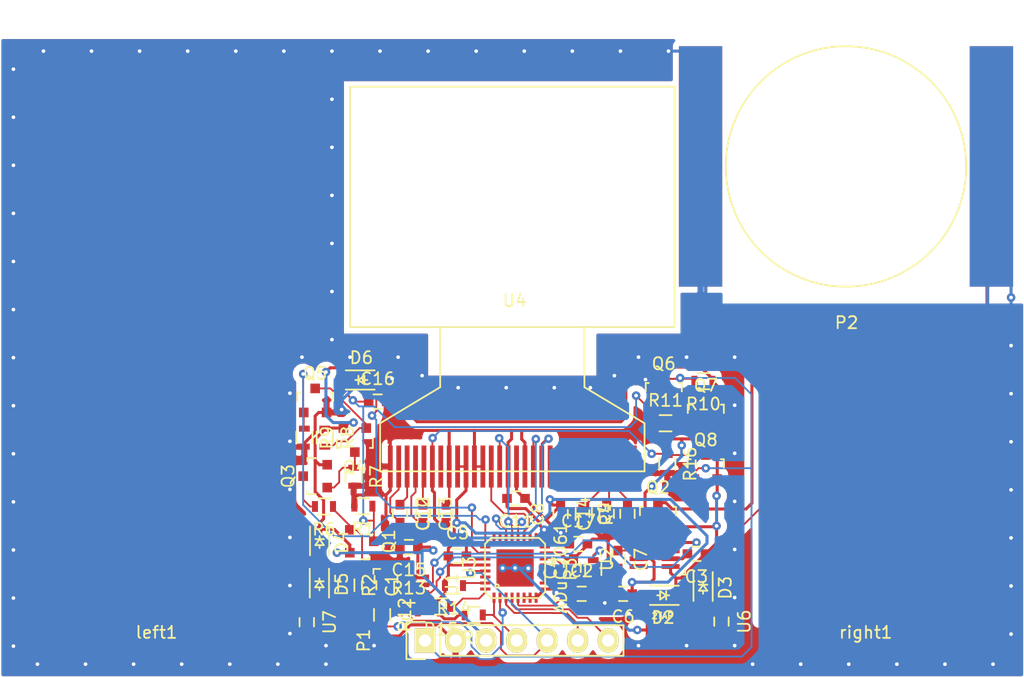
<source format=kicad_pcb>
(kicad_pcb (version 4) (host pcbnew "(2016-02-09 BZR 6546)-product")
  (layers (0 F.Cu signal) (31 B.Cu signal) (34 B.Paste user) (35 F.Paste user) (36 B.SilkS user) (37 F.SilkS user) (38 B.Mask user) (39 F.Mask user) (44 Edge.Cuts user))
  (net 0 "")
  (net 1 "Net-(C2-Pad1)")
  (net 2 "Net-(C1-Pad1)")
  (net 3 GND)
  (net 4 +BATT)
  (net 5 "Net-(C4-Pad1)")
  (net 6 VDD)
  (net 7 "Net-(C7-Pad1)")
  (net 8 "Net-(C9-Pad2)")
  (net 9 "Net-(C12-Pad1)")
  (net 10 "Net-(C12-Pad2)")
  (net 11 "Net-(C13-Pad1)")
  (net 12 "Net-(C13-Pad2)")
  (net 13 "Net-(C14-Pad2)")
  (net 14 "Net-(R3-Pad2)")
  (net 15 "Net-(R4-Pad1)")
  (net 16 "Net-(U3-Pad19)")
  (net 17 "Net-(U3-Pad20)")
  (net 18 "Net-(U3-Pad21)")
  (net 19 "Net-(U3-Pad22)")
  (net 20 VCC)
  (net 21 "Net-(CN1-Pad1)")
  (net 22 "Net-(D4-Pad2)")
  (net 23 POWER_ON)
  (net 24 ~FORCE_ON)
  (net 25 ~RESET)
  (net 26 ~PROG)
  (net 27 RX)
  (net 28 TX)
  (net 29 "Net-(P2-Pad1)")
  (net 30 "Net-(Q3-Pad1)")
  (net 31 "Net-(Q3-Pad3)")
  (net 32 "Net-(Q4-Pad1)")
  (net 33 PULLUP_OFF)
  (net 34 "Net-(R12-Pad2)")
  (net 35 "Net-(R14-Pad1)")
  (net 36 "Net-(R15-Pad1)")
  (net 37 "Net-(C16-Pad1)")
  (net 38 OLED_PWR)
  (module mod:SSD1306 (layer F.Cu) (at 68.505278 47.959336)
    (fp_text reference U4 (at 0.2 -2.2) (layer F.SilkS))
    (fp_text value SSD1306)
    (pad 1 smd rect (at -10.15 11.6) (size 0.4 3.5) (layers F.Cu F.Paste F.Mask) (net 3 GND))
    (pad 2 smd rect (at -9.45 11.6) (size 0.4 3.5) (layers F.Cu F.Paste F.Mask) (net 10 "Net-(C12-Pad2)"))
    (pad 3 smd rect (at -8.75 11.6) (size 0.4 3.5) (layers F.Cu F.Paste F.Mask) (net 9 "Net-(C12-Pad1)"))
    (pad 4 smd rect (at -8.05 11.6) (size 0.4 3.5) (layers F.Cu F.Paste F.Mask) (net 12 "Net-(C13-Pad2)"))
    (pad 5 smd rect (at -7.35 11.6) (size 0.4 3.5) (layers F.Cu F.Paste F.Mask) (net 11 "Net-(C13-Pad1)"))
    (pad 6 smd rect (at -6.65 11.6) (size 0.4 3.5) (layers F.Cu F.Paste F.Mask) (net 38 OLED_PWR))
    (pad 7 smd rect (at -5.95 11.6) (size 0.4 3.5) (layers F.Cu F.Paste F.Mask))
    (pad 8 smd rect (at -5.25 11.6) (size 0.4 3.5) (layers F.Cu F.Paste F.Mask) (net 3 GND))
    (pad 9 smd rect (at -4.55 11.6) (size 0.4 3.5) (layers F.Cu F.Paste F.Mask) (net 6 VDD))
    (pad 10 smd rect (at -3.85 11.6) (size 0.4 3.5) (layers F.Cu F.Paste F.Mask) (net 6 VDD))
    (pad 11 smd rect (at -3.15 11.6) (size 0.4 3.5) (layers F.Cu F.Paste F.Mask) (net 3 GND))
    (pad 12 smd rect (at -2.45 11.6) (size 0.4 3.5) (layers F.Cu F.Paste F.Mask) (net 3 GND))
    (pad 13 smd rect (at -1.75 11.6) (size 0.4 3.5) (layers F.Cu F.Paste F.Mask) (net 16 "Net-(U3-Pad19)"))
    (pad 14 smd rect (at -1.05 11.6) (size 0.4 3.5) (layers F.Cu F.Paste F.Mask) (net 18 "Net-(U3-Pad21)"))
    (pad 15 smd rect (at -0.35 11.6) (size 0.4 3.5) (layers F.Cu F.Paste F.Mask) (net 3 GND))
    (pad 16 smd rect (at 0.35 11.6) (size 0.4 3.5) (layers F.Cu F.Paste F.Mask) (net 6 VDD))
    (pad 17 smd rect (at 1.05 11.6) (size 0.4 3.5) (layers F.Cu F.Paste F.Mask) (net 3 GND))
    (pad 18 smd rect (at 1.75 11.6) (size 0.4 3.5) (layers F.Cu F.Paste F.Mask) (net 17 "Net-(U3-Pad20)"))
    (pad 19 smd rect (at 2.45 11.6) (size 0.4 3.5) (layers F.Cu F.Paste F.Mask) (net 19 "Net-(U3-Pad22)"))
    (pad 20 smd rect (at 3.15 11.6) (size 0.4 3.5) (layers F.Cu F.Paste F.Mask) (net 3 GND))
    (pad 21 smd rect (at 3.85 11.6) (size 0.4 3.5) (layers F.Cu F.Paste F.Mask) (net 3 GND))
    (pad 22 smd rect (at 4.55 11.6) (size 0.4 3.5) (layers F.Cu F.Paste F.Mask) (net 3 GND))
    (pad 23 smd rect (at 5.25 11.6) (size 0.4 3.5) (layers F.Cu F.Paste F.Mask) (net 3 GND))
    (pad 24 smd rect (at 5.95 11.6) (size 0.4 3.5) (layers F.Cu F.Paste F.Mask) (net 3 GND))
    (pad 25 smd rect (at 6.65 11.6) (size 0.4 3.5) (layers F.Cu F.Paste F.Mask) (net 3 GND))
    (pad 26 smd rect (at 7.35 11.6) (size 0.4 3.5) (layers F.Cu F.Paste F.Mask) (net 15 "Net-(R4-Pad1)"))
    (pad 27 smd rect (at 8.05 11.6) (size 0.4 3.5) (layers F.Cu F.Paste F.Mask) (net 13 "Net-(C14-Pad2)"))
    (pad 28 smd rect (at 8.75 11.6) (size 0.4 3.5) (layers F.Cu F.Paste F.Mask) (net 8 "Net-(C9-Pad2)"))
    (pad 29 smd rect (at 9.45 11.6) (size 0.4 3.5) (layers F.Cu F.Paste F.Mask) (net 3 GND))
    (pad 30 smd rect (at 10.15 11.6) (size 0.4 3.5) (layers F.Cu F.Paste F.Mask) (net 3 GND))
  )
  (module Resistors_SMD:R_0603 (layer F.Cu) (at 52.837278 62.883136 180)
    (fp_text reference R6 (at 0 -1.9 180) (layer F.SilkS))
    (fp_text value 20M)
    (pad 1 smd rect (at -0.75 0 180) (size 0.5 0.9) (layers F.Cu F.Paste F.Mask) (net 22 "Net-(D4-Pad2)"))
    (pad 2 smd rect (at 0.75 0 180) (size 0.5 0.9) (layers F.Cu F.Paste F.Mask) (net 31 "Net-(Q3-Pad3)"))
  )
  (module Diodes_SMD:SOD-323 (layer F.Cu) (at 52.474058 65.847316 270)
    (fp_text reference D4 (at 0 -1.85 270) (layer F.SilkS))
    (fp_text value D)
    (pad 1 smd rect (at -1.055 0 270) (size 0.59 0.45) (layers F.Cu F.Paste F.Mask) (net 4 +BATT))
    (pad 2 smd rect (at 1.055 0 270) (size 0.59 0.45) (layers F.Cu F.Paste F.Mask) (net 22 "Net-(D4-Pad2)"))
  )
  (module Diodes_SMD:SOD-323 (layer F.Cu) (at 52.456278 69.360136 270)
    (fp_text reference D5 (at 0 -1.85 270) (layer F.SilkS))
    (fp_text value D)
    (pad 1 smd rect (at -1.055 0 270) (size 0.59 0.45) (layers F.Cu F.Paste F.Mask) (net 22 "Net-(D4-Pad2)"))
    (pad 2 smd rect (at 1.055 0 270) (size 0.59 0.45) (layers F.Cu F.Paste F.Mask) (net 3 GND))
  )
  (module Capacitors_SMD:C_0603 (layer F.Cu) (at 56.596478 69.436336 270)
    (fp_text reference C1 (at 0 -1.9 270) (layer F.SilkS))
    (fp_text value 127pF)
    (pad 1 smd rect (at -0.75 0 270) (size 0.8 0.75) (layers F.Cu F.Paste F.Mask) (net 2 "Net-(C1-Pad1)"))
    (pad 2 smd rect (at 0.75 0 270) (size 0.8 0.75) (layers F.Cu F.Paste F.Mask) (net 3 GND))
  )
  (module mod:LFCSP_VQ_CP32-2 (layer F.Cu) (at 68.735078 67.999736 90)
    (fp_text reference U3 (at 0 -3.8 90) (layer F.SilkS))
    (fp_text value ADuC7061 (at 0 3.8 90) (layer F.SilkS))
    (pad 1 smd rect (at -2.475 -1.75 90) (size 0.85 0.25) (layers F.Cu F.Paste F.Mask) (net 25 ~RESET))
    (pad 2 smd rect (at -2.475 -1.25 90) (size 0.85 0.25) (layers F.Cu F.Paste F.Mask) (net 34 "Net-(R12-Pad2)"))
    (pad 3 smd rect (at -2.475 -0.75 90) (size 0.85 0.25) (layers F.Cu F.Paste F.Mask) (net 27 RX))
    (pad 4 smd rect (at -2.475 -0.25 90) (size 0.85 0.25) (layers F.Cu F.Paste F.Mask) (net 28 TX))
    (pad 5 smd rect (at -2.475 0.25 90) (size 0.85 0.25) (layers F.Cu F.Paste F.Mask) (net 1 "Net-(C2-Pad1)"))
    (pad 6 smd rect (at -2.475 0.75 90) (size 0.85 0.25) (layers F.Cu F.Paste F.Mask) (net 3 GND))
    (pad 7 smd rect (at -2.475 1.25 90) (size 0.85 0.25) (layers F.Cu F.Paste F.Mask) (net 3 GND))
    (pad 8 smd rect (at -2.475 1.75 90) (size 0.85 0.25) (layers F.Cu F.Paste F.Mask) (net 3 GND))
    (pad 17 smd rect (at 2.475 1.75 90) (size 0.85 0.25) (layers F.Cu F.Paste F.Mask) (net 3 GND))
    (pad 18 smd rect (at 2.475 1.25 90) (size 0.85 0.25) (layers F.Cu F.Paste F.Mask) (net 3 GND))
    (pad 19 smd rect (at 2.475 0.75 90) (size 0.85 0.25) (layers F.Cu F.Paste F.Mask) (net 16 "Net-(U3-Pad19)"))
    (pad 20 smd rect (at 2.475 0.25 90) (size 0.85 0.25) (layers F.Cu F.Paste F.Mask) (net 17 "Net-(U3-Pad20)"))
    (pad 21 smd rect (at 2.475 -0.25 90) (size 0.85 0.25) (layers F.Cu F.Paste F.Mask) (net 18 "Net-(U3-Pad21)"))
    (pad 22 smd rect (at 2.475 -0.75 90) (size 0.85 0.25) (layers F.Cu F.Paste F.Mask) (net 19 "Net-(U3-Pad22)"))
    (pad 23 smd rect (at 2.475 -1.25 90) (size 0.85 0.25) (layers F.Cu F.Paste F.Mask))
    (pad 24 smd rect (at 2.475 -1.75 90) (size 0.85 0.25) (layers F.Cu F.Paste F.Mask))
    (pad 9 smd rect (at -1.75 2.475 90) (size 0.25 0.85) (layers F.Cu F.Paste F.Mask) (net 3 GND))
    (pad 10 smd rect (at -1.25 2.475 90) (size 0.25 0.85) (layers F.Cu F.Paste F.Mask))
    (pad 11 smd rect (at -0.75 2.475 90) (size 0.25 0.85) (layers F.Cu F.Paste F.Mask))
    (pad 12 smd rect (at -0.25 2.475 90) (size 0.25 0.85) (layers F.Cu F.Paste F.Mask) (net 3 GND))
    (pad 13 smd rect (at 0.25 2.475 90) (size 0.25 0.85) (layers F.Cu F.Paste F.Mask) (net 1 "Net-(C2-Pad1)"))
    (pad 14 smd rect (at 0.75 2.475 90) (size 0.25 0.85) (layers F.Cu F.Paste F.Mask) (net 5 "Net-(C4-Pad1)"))
    (pad 15 smd rect (at 1.25 2.475 90) (size 0.25 0.85) (layers F.Cu F.Paste F.Mask) (net 3 GND))
    (pad 16 smd rect (at 1.75 2.475 90) (size 0.25 0.85) (layers F.Cu F.Paste F.Mask) (net 6 VDD))
    (pad 25 smd rect (at 1.75 -2.475 90) (size 0.25 0.85) (layers F.Cu F.Paste F.Mask) (net 33 PULLUP_OFF))
    (pad 26 smd rect (at 1.25 -2.475 90) (size 0.25 0.85) (layers F.Cu F.Paste F.Mask) (net 23 POWER_ON))
    (pad 27 smd rect (at 0.75 -2.475 90) (size 0.25 0.85) (layers F.Cu F.Paste F.Mask) (net 3 GND))
    (pad 28 smd rect (at 0.25 -2.475 90) (size 0.25 0.85) (layers F.Cu F.Paste F.Mask) (net 6 VDD))
    (pad 29 smd rect (at -0.25 -2.475 90) (size 0.25 0.85) (layers F.Cu F.Paste F.Mask) (net 26 ~PROG))
    (pad 30 smd rect (at -0.75 -2.475 90) (size 0.25 0.85) (layers F.Cu F.Paste F.Mask))
    (pad 31 smd rect (at -1.25 -2.475 90) (size 0.25 0.85) (layers F.Cu F.Paste F.Mask) (net 35 "Net-(R14-Pad1)"))
    (pad 32 smd rect (at -1.75 -2.475 90) (size 0.25 0.85) (layers F.Cu F.Paste F.Mask) (net 36 "Net-(R15-Pad1)"))
    (pad 33 smd rect (at 0 0 90) (size 3.1 3.1) (layers F.Cu F.Paste F.Mask) (net 21 "Net-(CN1-Pad1)"))
  )
  (module Pin_Headers:Pin_Header_Straight_1x07 (layer F.Cu) (at 61.244678 74.033736 90)
    (fp_text reference P1 (at 0 -5.1 90) (layer F.SilkS))
    (fp_text value PROG)
    (pad 1 thru_hole rect (at 0 0 90) (size 2.032 1.7272) (drill 1.016) (layers *.Cu *.Mask F.SilkS) (net 24 ~FORCE_ON))
    (pad 2 thru_hole oval (at 0 2.54 90) (size 2.032 1.7272) (drill 1.016) (layers *.Cu *.Mask F.SilkS) (net 3 GND))
    (pad 3 thru_hole oval (at 0 5.08 90) (size 2.032 1.7272) (drill 1.016) (layers *.Cu *.Mask F.SilkS) (net 4 +BATT))
    (pad 4 thru_hole oval (at 0 7.62 90) (size 2.032 1.7272) (drill 1.016) (layers *.Cu *.Mask F.SilkS) (net 25 ~RESET))
    (pad 5 thru_hole oval (at 0 10.16 90) (size 2.032 1.7272) (drill 1.016) (layers *.Cu *.Mask F.SilkS) (net 26 ~PROG))
    (pad 6 thru_hole oval (at 0 12.7 90) (size 2.032 1.7272) (drill 1.016) (layers *.Cu *.Mask F.SilkS) (net 27 RX))
    (pad 7 thru_hole oval (at 0 15.24 90) (size 2.032 1.7272) (drill 1.016) (layers *.Cu *.Mask F.SilkS) (net 28 TX))
  )
  (module mod:ecgpad (layer F.Cu) (at 98.005278 61.459336)
    (fp_text reference right1 (at -0.1 11.9) (layer F.SilkS))
    (fp_text value CONN_1)
    (pad 1 smd rect (at 0 0) (size 18 22) (layers F.Cu F.Paste F.Mask) (net 1 "Net-(C2-Pad1)"))
  )
  (module Capacitors_SMD:C_0603 (layer F.Cu) (at 74.274878 70.147536)
    (fp_text reference C2 (at 0 -1.9) (layer F.SilkS))
    (fp_text value C)
    (pad 1 smd rect (at -0.75 0) (size 0.8 0.75) (layers F.Cu F.Paste F.Mask) (net 1 "Net-(C2-Pad1)"))
    (pad 2 smd rect (at 0.75 0) (size 0.8 0.75) (layers F.Cu F.Paste F.Mask) (net 3 GND))
  )
  (module Capacitors_SMD:C_0603 (layer F.Cu) (at 83.825278 66.820136 180)
    (fp_text reference C3 (at 0 -1.9 180) (layer F.SilkS))
    (fp_text value 1uF)
    (pad 1 smd rect (at -0.75 0 180) (size 0.8 0.75) (layers F.Cu F.Paste F.Mask) (net 4 +BATT))
    (pad 2 smd rect (at 0.75 0 180) (size 0.8 0.75) (layers F.Cu F.Paste F.Mask) (net 3 GND))
  )
  (module Capacitors_SMD:C_0603 (layer F.Cu) (at 73.6 68 90)
    (fp_text reference C4 (at 0 -1.9 90) (layer F.SilkS))
    (fp_text value 100nF)
    (pad 1 smd rect (at -0.75 0 90) (size 0.8 0.75) (layers F.Cu F.Paste F.Mask) (net 5 "Net-(C4-Pad1)"))
    (pad 2 smd rect (at 0.75 0 90) (size 0.8 0.75) (layers F.Cu F.Paste F.Mask) (net 3 GND))
  )
  (module Capacitors_SMD:C_0603 (layer F.Cu) (at 63.937078 66.997936)
    (fp_text reference C5 (at 0 -1.9) (layer F.SilkS))
    (fp_text value 100nF)
    (pad 1 smd rect (at -0.75 0) (size 0.8 0.75) (layers F.Cu F.Paste F.Mask) (net 6 VDD))
    (pad 2 smd rect (at 0.75 0) (size 0.8 0.75) (layers F.Cu F.Paste F.Mask) (net 3 GND))
  )
  (module Capacitors_SMD:C_0603 (layer F.Cu) (at 77.729278 70.147536 180)
    (fp_text reference C6 (at 0 -1.9 180) (layer F.SilkS))
    (fp_text value 1uF)
    (pad 1 smd rect (at -0.75 0 180) (size 0.8 0.75) (layers F.Cu F.Paste F.Mask) (net 6 VDD))
    (pad 2 smd rect (at 0.75 0 180) (size 0.8 0.75) (layers F.Cu F.Paste F.Mask) (net 3 GND))
  )
  (module Capacitors_SMD:C_0603 (layer F.Cu) (at 77.3 67.3 270)
    (fp_text reference C7 (at 0 -1.9 270) (layer F.SilkS))
    (fp_text value 10nF)
    (pad 1 smd rect (at -0.75 0 270) (size 0.8 0.75) (layers F.Cu F.Paste F.Mask) (net 7 "Net-(C7-Pad1)"))
    (pad 2 smd rect (at 0.75 0 270) (size 0.8 0.75) (layers F.Cu F.Paste F.Mask) (net 3 GND))
  )
  (module Capacitors_SMD:C_0603 (layer F.Cu) (at 72.522278 63.518136 90)
    (fp_text reference C8 (at 0 -1.9 90) (layer F.SilkS))
    (fp_text value 100nF)
    (pad 1 smd rect (at -0.75 0 90) (size 0.8 0.75) (layers F.Cu F.Paste F.Mask) (net 3 GND))
    (pad 2 smd rect (at 0.75 0 90) (size 0.8 0.75) (layers F.Cu F.Paste F.Mask) (net 6 VDD))
  )
  (module Capacitors_SMD:C_0603 (layer F.Cu) (at 78.084878 63.492736 90)
    (fp_text reference C9 (at 0 -1.9 90) (layer F.SilkS))
    (fp_text value 2.2uF)
    (pad 1 smd rect (at -0.75 0 90) (size 0.8 0.75) (layers F.Cu F.Paste F.Mask) (net 3 GND))
    (pad 2 smd rect (at 0.75 0 90) (size 0.8 0.75) (layers F.Cu F.Paste F.Mask) (net 8 "Net-(C9-Pad2)"))
  )
  (module Capacitors_SMD:C_0603 (layer F.Cu) (at 62.997278 63.492736 90)
    (fp_text reference C10 (at 0 -1.9 90) (layer F.SilkS))
    (fp_text value 1uF)
    (pad 1 smd rect (at -0.75 0 90) (size 0.8 0.75) (layers F.Cu F.Paste F.Mask) (net 38 OLED_PWR))
    (pad 2 smd rect (at 0.75 0 90) (size 0.8 0.75) (layers F.Cu F.Paste F.Mask) (net 3 GND))
  )
  (module Capacitors_SMD:C_0603 (layer F.Cu) (at 68.813178 62.212576 180)
    (fp_text reference C11 (at 0 -1.9 180) (layer F.SilkS))
    (fp_text value 1uF)
    (pad 1 smd rect (at -0.75 0 180) (size 0.8 0.75) (layers F.Cu F.Paste F.Mask) (net 6 VDD))
    (pad 2 smd rect (at 0.75 0 180) (size 0.8 0.75) (layers F.Cu F.Paste F.Mask) (net 3 GND))
  )
  (module Capacitors_SMD:C_0603 (layer F.Cu) (at 59.161878 63.480736 270)
    (fp_text reference C12 (at 0 -1.9 270) (layer F.SilkS))
    (fp_text value 1uF)
    (pad 1 smd rect (at -0.75 0 270) (size 0.8 0.75) (layers F.Cu F.Paste F.Mask) (net 9 "Net-(C12-Pad1)"))
    (pad 2 smd rect (at 0.75 0 270) (size 0.8 0.75) (layers F.Cu F.Paste F.Mask) (net 10 "Net-(C12-Pad2)"))
  )
  (module Capacitors_SMD:C_0603 (layer F.Cu) (at 61.066878 63.492736 270)
    (fp_text reference C13 (at 0 -1.9 270) (layer F.SilkS))
    (fp_text value 1uF)
    (pad 1 smd rect (at -0.75 0 270) (size 0.8 0.75) (layers F.Cu F.Paste F.Mask) (net 11 "Net-(C13-Pad1)"))
    (pad 2 smd rect (at 0.75 0 270) (size 0.8 0.75) (layers F.Cu F.Paste F.Mask) (net 12 "Net-(C13-Pad2)"))
  )
  (module Capacitors_SMD:C_0603 (layer F.Cu) (at 76.357678 63.492736 90)
    (fp_text reference C14 (at 0 -1.9 90) (layer F.SilkS))
    (fp_text value "4.7uF 16V")
    (pad 1 smd rect (at -0.75 0 90) (size 0.8 0.75) (layers F.Cu F.Paste F.Mask) (net 3 GND))
    (pad 2 smd rect (at 0.75 0 90) (size 0.8 0.75) (layers F.Cu F.Paste F.Mask) (net 13 "Net-(C14-Pad2)"))
  )
  (module Diodes_SMD:SOD-323 (layer F.Cu) (at 81.056678 70.274536 180)
    (fp_text reference D2 (at 0 -1.85 180) (layer F.SilkS))
    (fp_text value D)
    (pad 1 smd rect (at -1.055 0 180) (size 0.59 0.45) (layers F.Cu F.Paste F.Mask) (net 4 +BATT))
    (pad 2 smd rect (at 1.055 0 180) (size 0.59 0.45) (layers F.Cu F.Paste F.Mask) (net 1 "Net-(C2-Pad1)"))
  )
  (module Diodes_SMD:SOD-323 (layer F.Cu) (at 84.376458 69.642076 270)
    (fp_text reference D3 (at 0 -1.85 270) (layer F.SilkS))
    (fp_text value D)
    (pad 1 smd rect (at -1.055 0 270) (size 0.59 0.45) (layers F.Cu F.Paste F.Mask) (net 1 "Net-(C2-Pad1)"))
    (pad 2 smd rect (at 1.055 0 270) (size 0.59 0.45) (layers F.Cu F.Paste F.Mask) (net 3 GND))
  )
  (module mod:ecgpad (layer F.Cu) (at 39.005278 61.459336)
    (fp_text reference left1 (at -0.1 11.9) (layer F.SilkS))
    (fp_text value CONN_1)
    (pad 1 smd rect (at 0 0) (size 18 22) (layers F.Cu F.Paste F.Mask) (net 22 "Net-(D4-Pad2)"))
  )
  (module Capacitors_SMD:C_0603 (layer F.Cu) (at 59.898478 66.261336 180)
    (fp_text reference C15 (at 0 -1.9 180) (layer F.SilkS))
    (fp_text value 100nF)
    (pad 1 smd rect (at -0.75 0 180) (size 0.8 0.75) (layers F.Cu F.Paste F.Mask) (net 4 +BATT))
    (pad 2 smd rect (at 0.75 0 180) (size 0.8 0.75) (layers F.Cu F.Paste F.Mask) (net 3 GND))
  )
  (module mod:2TAP (layer F.Cu) (at 81.005278 73.159336)
    (fp_text reference CN1 hide)
    (fp_text value 2TAP (at 0 -1.175) (layer F.SilkS) (effects (font (size 0.5 0.5) (thickness 0.125))))
    (pad 1 smd rect (at -0.8 0) (size 1.2 1.2) (layers F.Cu F.Paste F.Mask) (net 21 "Net-(CN1-Pad1)"))
    (pad 2 smd rect (at 0.8 0) (size 1.2 1.2) (layers F.Cu F.Paste F.Mask) (net 3 GND))
  )
  (module Diodes_SMD:SOD-323 (layer F.Cu) (at 55.950278 52.359336)
    (fp_text reference D6 (at 0 -1.85) (layer F.SilkS))
    (fp_text value D)
    (pad 1 smd rect (at -1.055 0) (size 0.59 0.45) (layers F.Cu F.Paste F.Mask) (net 37 "Net-(C16-Pad1)"))
    (pad 2 smd rect (at 1.055 0) (size 0.59 0.45) (layers F.Cu F.Paste F.Mask) (net 23 POWER_ON))
  )
  (module Resistors_SMD:R_0603 (layer F.Cu) (at 56.113878 62.857736 180)
    (fp_text reference R1 (at 0 -1.9 180) (layer F.SilkS))
    (fp_text value 100k)
    (pad 1 smd rect (at -0.75 0 180) (size 0.5 0.9) (layers F.Cu F.Paste F.Mask) (net 37 "Net-(C16-Pad1)"))
    (pad 2 smd rect (at 0.75 0 180) (size 0.5 0.9) (layers F.Cu F.Paste F.Mask) (net 3 GND))
  )
  (module Resistors_SMD:R_0603 (layer F.Cu) (at 54.691478 69.436336 270)
    (fp_text reference R2 (at 0 -1.9 270) (layer F.SilkS))
    (fp_text value 47k)
    (pad 1 smd rect (at -0.75 0 270) (size 0.5 0.9) (layers F.Cu F.Paste F.Mask) (net 2 "Net-(C1-Pad1)"))
    (pad 2 smd rect (at 0.75 0 270) (size 0.5 0.9) (layers F.Cu F.Paste F.Mask) (net 22 "Net-(D4-Pad2)"))
  )
  (module Resistors_SMD:R_0603 (layer F.Cu) (at 75.240078 68.1 90)
    (fp_text reference R3 (at 0 -1.9 90) (layer F.SilkS))
    (fp_text value 4k)
    (pad 1 smd rect (at -0.75 0 90) (size 0.5 0.9) (layers F.Cu F.Paste F.Mask) (net 5 "Net-(C4-Pad1)"))
    (pad 2 smd rect (at 0.75 0 90) (size 0.5 0.9) (layers F.Cu F.Paste F.Mask) (net 14 "Net-(R3-Pad2)"))
  )
  (module Resistors_SMD:R_0603 (layer F.Cu) (at 74.452678 63.518136 270)
    (fp_text reference R4 (at 0 -1.9 270) (layer F.SilkS))
    (fp_text value 390k)
    (pad 1 smd rect (at -0.75 0 270) (size 0.5 0.9) (layers F.Cu F.Paste F.Mask) (net 15 "Net-(R4-Pad1)"))
    (pad 2 smd rect (at 0.75 0 270) (size 0.5 0.9) (layers F.Cu F.Paste F.Mask) (net 3 GND))
  )
  (module Resistors_SMD:R_0603 (layer F.Cu) (at 65.297818 71.905216 180)
    (fp_text reference R5 (at 0 -1.9 180) (layer F.SilkS))
    (fp_text value 47k)
    (pad 1 smd rect (at -0.75 0 180) (size 0.5 0.9) (layers F.Cu F.Paste F.Mask) (net 25 ~RESET))
    (pad 2 smd rect (at 0.75 0 180) (size 0.5 0.9) (layers F.Cu F.Paste F.Mask) (net 6 VDD))
  )
  (module Resistors_SMD:R_0603 (layer F.Cu) (at 55.305278 60.409336 270)
    (fp_text reference R7 (at 0 -1.9 270) (layer F.SilkS))
    (fp_text value 20M)
    (pad 1 smd rect (at -0.75 0 270) (size 0.5 0.9) (layers F.Cu F.Paste F.Mask) (net 30 "Net-(Q3-Pad1)"))
    (pad 2 smd rect (at 0.75 0 270) (size 0.5 0.9) (layers F.Cu F.Paste F.Mask) (net 3 GND))
  )
  (module Resistors_SMD:R_0603 (layer F.Cu) (at 52.905278 57.159336 270)
    (fp_text reference R8 (at 0 -1.9 270) (layer F.SilkS))
    (fp_text value 100k)
    (pad 1 smd rect (at -0.75 0 270) (size 0.5 0.9) (layers F.Cu F.Paste F.Mask) (net 4 +BATT))
    (pad 2 smd rect (at 0.75 0 270) (size 0.5 0.9) (layers F.Cu F.Paste F.Mask) (net 32 "Net-(Q4-Pad1)"))
  )
  (module Resistors_SMD:R_0603 (layer F.Cu) (at 51.205278 57.159336 270)
    (fp_text reference R9 (at 0 -1.9 270) (layer F.SilkS))
    (fp_text value 100k)
    (pad 1 smd rect (at -0.75 0 270) (size 0.5 0.9) (layers F.Cu F.Paste F.Mask) (net 33 PULLUP_OFF))
    (pad 2 smd rect (at 0.75 0 270) (size 0.5 0.9) (layers F.Cu F.Paste F.Mask) (net 3 GND))
  )
  (module Resistors_SMD:R_0603 (layer F.Cu) (at 84.405278 52.459336 180)
    (fp_text reference R10 (at 0 -1.9 180) (layer F.SilkS))
    (fp_text value 100k)
    (pad 1 smd rect (at -0.75 0 180) (size 0.5 0.9) (layers F.Cu F.Paste F.Mask) (net 4 +BATT))
    (pad 2 smd rect (at 0.75 0 180) (size 0.5 0.9) (layers F.Cu F.Paste F.Mask) (net 24 ~FORCE_ON))
  )
  (module Resistors_SMD:R_0603 (layer F.Cu) (at 81.255278 55.959336)
    (fp_text reference R11 (at 0 -1.9) (layer F.SilkS))
    (fp_text value 100k)
    (pad 1 smd rect (at -0.75 0) (size 0.5 0.9) (layers F.Cu F.Paste F.Mask) (net 20 VCC))
    (pad 2 smd rect (at 0.75 0) (size 0.5 0.9) (layers F.Cu F.Paste F.Mask) (net 3 GND))
  )
  (module Resistors_SMD:R_0603 (layer F.Cu) (at 57.673438 71.904516 270)
    (fp_text reference R12 (at 0 -1.9 270) (layer F.SilkS))
    (fp_text value 47k)
    (pad 1 smd rect (at -0.75 0 270) (size 0.5 0.9) (layers F.Cu F.Paste F.Mask) (net 6 VDD))
    (pad 2 smd rect (at 0.75 0 270) (size 0.5 0.9) (layers F.Cu F.Paste F.Mask) (net 34 "Net-(R12-Pad2)"))
  )
  (module Resistors_SMD:R_0603 (layer F.Cu) (at 59.890858 71.577556)
    (fp_text reference R13 (at 0 -1.9) (layer F.SilkS))
    (fp_text value 47k)
    (pad 1 smd rect (at -0.75 0) (size 0.5 0.9) (layers F.Cu F.Paste F.Mask) (net 26 ~PROG))
    (pad 2 smd rect (at 0.75 0) (size 0.5 0.9) (layers F.Cu F.Paste F.Mask) (net 6 VDD))
  )
  (module Resistors_SMD:R_0603 (layer F.Cu) (at 63.652598 69.464276 180)
    (fp_text reference R14 (at 0 -1.9 180) (layer F.SilkS))
    (fp_text value 47k)
    (pad 1 smd rect (at -0.75 0 180) (size 0.5 0.9) (layers F.Cu F.Paste F.Mask) (net 35 "Net-(R14-Pad1)"))
    (pad 2 smd rect (at 0.75 0 180) (size 0.5 0.9) (layers F.Cu F.Paste F.Mask) (net 6 VDD))
  )
  (module Resistors_SMD:R_0603 (layer F.Cu) (at 62.574938 71.204176 180)
    (fp_text reference R15 (at 0 -1.9 180) (layer F.SilkS))
    (fp_text value 47k)
    (pad 1 smd rect (at -0.75 0 180) (size 0.5 0.9) (layers F.Cu F.Paste F.Mask) (net 36 "Net-(R15-Pad1)"))
    (pad 2 smd rect (at 0.75 0 180) (size 0.5 0.9) (layers F.Cu F.Paste F.Mask) (net 6 VDD))
  )
  (module Capacitors_SMD:C_0603 (layer F.Cu) (at 85.905278 72.459336 270)
    (fp_text reference U6 (at 0 -1.9 270) (layer F.SilkS))
    (fp_text value DNP)
    (pad 1 smd rect (at -0.75 0 270) (size 0.8 0.75) (layers F.Cu F.Paste F.Mask) (net 1 "Net-(C2-Pad1)"))
    (pad 2 smd rect (at 0.75 0 270) (size 0.8 0.75) (layers F.Cu F.Paste F.Mask) (net 3 GND))
  )
  (module Capacitors_SMD:C_0603 (layer F.Cu) (at 51.405278 72.509336 270)
    (fp_text reference U7 (at 0 -1.9 270) (layer F.SilkS))
    (fp_text value DNP)
    (pad 1 smd rect (at -0.75 0 270) (size 0.8 0.75) (layers F.Cu F.Paste F.Mask) (net 22 "Net-(D4-Pad2)"))
    (pad 2 smd rect (at 0.75 0 270) (size 0.8 0.75) (layers F.Cu F.Paste F.Mask) (net 3 GND))
  )
  (module Capacitors_SMD:C_0603 (layer F.Cu) (at 57.305278 54.159336)
    (fp_text reference C16 (at 0 -1.9) (layer F.SilkS))
    (fp_text value 100nF)
    (pad 1 smd rect (at -0.75 0) (size 0.8 0.75) (layers F.Cu F.Paste F.Mask) (net 37 "Net-(C16-Pad1)"))
    (pad 2 smd rect (at 0.75 0) (size 0.8 0.75) (layers F.Cu F.Paste F.Mask) (net 3 GND))
  )
  (module Capacitors_SMD:C_0603 (layer F.Cu) (at 74 66)
    (fp_text reference C17 (at 0 -1.9) (layer F.SilkS))
    (fp_text value 1uF)
    (pad 1 smd rect (at -0.75 0) (size 0.8 0.75) (layers F.Cu F.Paste F.Mask) (net 6 VDD))
    (pad 2 smd rect (at 0.75 0) (size 0.8 0.75) (layers F.Cu F.Paste F.Mask) (net 3 GND))
  )
  (module TO_SOT_Packages_SMD:SOT-23 (layer F.Cu) (at 55.986878 65.778736 270)
    (fp_text reference Q1 (at 0 -2.25 270) (layer F.SilkS))
    (fp_text value NTR1P02T1)
    (pad 1 smd rect (at -0.95 1.00076 270) (size 0.8001 0.8001) (layers F.Cu F.Paste F.Mask) (net 22 "Net-(D4-Pad2)"))
    (pad 2 smd rect (at 0.95 1.00076 270) (size 0.8001 0.8001) (layers F.Cu F.Paste F.Mask) (net 4 +BATT))
    (pad 3 smd rect (at 0 -0.99822 270) (size 0.8001 0.8001) (layers F.Cu F.Paste F.Mask) (net 37 "Net-(C16-Pad1)"))
  )
  (module TO_SOT_Packages_SMD:SOT-23 (layer F.Cu) (at 80.624878 63.568936)
    (fp_text reference Q2 (at 0 -2.25) (layer F.SilkS))
    (fp_text value NTR1P02T1)
    (pad 1 smd rect (at -0.95 1.00076) (size 0.8001 0.8001) (layers F.Cu F.Paste F.Mask) (net 3 GND))
    (pad 2 smd rect (at 0.95 1.00076) (size 0.8001 0.8001) (layers F.Cu F.Paste F.Mask) (net 4 +BATT))
    (pad 3 smd rect (at 0 -0.99822) (size 0.8001 0.8001) (layers F.Cu F.Paste F.Mask) (net 29 "Net-(P2-Pad1)"))
  )
  (module TO_SOT_Packages_SMD:SOT-23 (layer F.Cu) (at 52.105278 60.359336 90)
    (fp_text reference Q3 (at 0 -2.25 90) (layer F.SilkS))
    (fp_text value NTR1P02T1)
    (pad 1 smd rect (at -0.95 1.00076 90) (size 0.8001 0.8001) (layers F.Cu F.Paste F.Mask) (net 30 "Net-(Q3-Pad1)"))
    (pad 2 smd rect (at 0.95 1.00076 90) (size 0.8001 0.8001) (layers F.Cu F.Paste F.Mask) (net 4 +BATT))
    (pad 3 smd rect (at 0 -0.99822 90) (size 0.8001 0.8001) (layers F.Cu F.Paste F.Mask) (net 31 "Net-(Q3-Pad3)"))
  )
  (module TO_SOT_Packages_SMD:SOT-23 (layer F.Cu) (at 55.405278 57.361116 180)
    (fp_text reference Q4 (at 0 -2.25 180) (layer F.SilkS))
    (fp_text value NTR1P02T1)
    (pad 1 smd rect (at -0.95 1.00076 180) (size 0.8001 0.8001) (layers F.Cu F.Paste F.Mask) (net 32 "Net-(Q4-Pad1)"))
    (pad 2 smd rect (at 0.95 1.00076 180) (size 0.8001 0.8001) (layers F.Cu F.Paste F.Mask) (net 4 +BATT))
    (pad 3 smd rect (at 0 -0.99822 180) (size 0.8001 0.8001) (layers F.Cu F.Paste F.Mask) (net 30 "Net-(Q3-Pad1)"))
  )
  (module TO_SOT_Packages_SMD:SOT-23 (layer F.Cu) (at 52.105278 54.059336)
    (fp_text reference Q5 (at 0 -2.25) (layer F.SilkS))
    (fp_text value NMOS_GSD)
    (pad 1 smd rect (at -0.95 1.00076) (size 0.8001 0.8001) (layers F.Cu F.Paste F.Mask) (net 33 PULLUP_OFF))
    (pad 2 smd rect (at 0.95 1.00076) (size 0.8001 0.8001) (layers F.Cu F.Paste F.Mask) (net 3 GND))
    (pad 3 smd rect (at 0 -0.99822) (size 0.8001 0.8001) (layers F.Cu F.Paste F.Mask) (net 32 "Net-(Q4-Pad1)"))
  )
  (module TO_SOT_Packages_SMD:SOT-23 (layer F.Cu) (at 81.105278 53.259336)
    (fp_text reference Q6 (at 0 -2.25) (layer F.SilkS))
    (fp_text value NMOS_GSD)
    (pad 1 smd rect (at -0.95 1.00076) (size 0.8001 0.8001) (layers F.Cu F.Paste F.Mask) (net 37 "Net-(C16-Pad1)"))
    (pad 2 smd rect (at 0.95 1.00076) (size 0.8001 0.8001) (layers F.Cu F.Paste F.Mask) (net 3 GND))
    (pad 3 smd rect (at 0 -0.99822) (size 0.8001 0.8001) (layers F.Cu F.Paste F.Mask) (net 24 ~FORCE_ON))
  )
  (module TO_SOT_Packages_SMD:SOT-23 (layer F.Cu) (at 84.605278 55.059336)
    (fp_text reference Q7 (at 0 -2.25) (layer F.SilkS))
    (fp_text value NTR1P02T1)
    (pad 1 smd rect (at -0.95 1.00076) (size 0.8001 0.8001) (layers F.Cu F.Paste F.Mask) (net 24 ~FORCE_ON))
    (pad 2 smd rect (at 0.95 1.00076) (size 0.8001 0.8001) (layers F.Cu F.Paste F.Mask) (net 4 +BATT))
    (pad 3 smd rect (at 0 -0.99822) (size 0.8001 0.8001) (layers F.Cu F.Paste F.Mask) (net 20 VCC))
  )
  (module TO_SOT_Packages_SMD:SOT-23 (layer F.Cu) (at 84.6 59.6)
    (fp_text reference Q8 (at 0 -2.25) (layer F.SilkS))
    (fp_text value NTR1P02T1)
    (pad 1 smd rect (at -0.95 1.00076) (size 0.8001 0.8001) (layers F.Cu F.Paste F.Mask) (net 24 ~FORCE_ON))
    (pad 2 smd rect (at 0.95 1.00076) (size 0.8001 0.8001) (layers F.Cu F.Paste F.Mask) (net 4 +BATT))
    (pad 3 smd rect (at 0 -0.99822) (size 0.8001 0.8001) (layers F.Cu F.Paste F.Mask) (net 38 OLED_PWR))
  )
  (module Resistors_SMD:R_0603 (layer F.Cu) (at 81.4 59.35 270)
    (fp_text reference R16 (at 0 -1.9 270) (layer F.SilkS))
    (fp_text value 100k)
    (pad 1 smd rect (at -0.75 0 270) (size 0.5 0.9) (layers F.Cu F.Paste F.Mask) (net 38 OLED_PWR))
    (pad 2 smd rect (at 0.75 0 270) (size 0.5 0.9) (layers F.Cu F.Paste F.Mask) (net 3 GND))
  )
  (module mod:CR2016 (layer F.Cu) (at 96.266 34.5948)
    (fp_text reference P2 (at 0.05 13) (layer F.SilkS))
    (fp_text value BATTERY)
    (pad 1 smd rect (at 12.1 0) (size 3.6 20) (layers F.Cu F.Paste F.Mask) (net 29 "Net-(P2-Pad1)"))
    (pad 2 smd rect (at -12.1 0) (size 3.6 20) (layers F.Cu F.Paste F.Mask) (net 29 "Net-(P2-Pad1)"))
    (pad 3 smd rect (at -12.1 0) (size 3.6 20) (layers B.Cu B.Paste B.Mask) (net 3 GND))
    (pad 4 smd rect (at 12.1 0) (size 3.6 20) (layers B.Cu B.Paste B.Mask) (net 3 GND))
  )
  (module TO_SOT_Packages_SMD:SC-70-6_Handsoldering (layer F.Cu) (at 59.5 69.4 270)
    (fp_text reference U1 (at -0.02032 -3.98018 270) (layer F.SilkS))
    (fp_text value LMV341)
    (pad 1 smd rect (at -0.65024 1.33096 270) (size 0.39878 1.50114) (layers F.Cu F.Paste F.Mask) (net 2 "Net-(C1-Pad1)"))
    (pad 2 smd rect (at 0 1.33096 270) (size 0.39878 1.50114) (layers F.Cu F.Paste F.Mask) (net 3 GND))
    (pad 3 smd rect (at 0.65024 1.33096 270) (size 0.39878 1.50114) (layers F.Cu F.Paste F.Mask) (net 14 "Net-(R3-Pad2)"))
    (pad 4 smd rect (at 0.65024 -1.33096 270) (size 0.39878 1.50114) (layers F.Cu F.Paste F.Mask) (net 14 "Net-(R3-Pad2)"))
    (pad 5 smd rect (at 0 -1.33096 270) (size 0.39878 1.50114) (layers F.Cu F.Paste F.Mask) (net 20 VCC))
    (pad 6 smd rect (at -0.65024 -1.33096 270) (size 0.39878 1.50114) (layers F.Cu F.Paste F.Mask) (net 4 +BATT))
  )
  (module TO_SOT_Packages_SMD:SC-70-6_Handsoldering (layer F.Cu) (at 80.345478 67.226536 90)
    (fp_text reference U2 (at -0.02032 -3.98018 90) (layer F.SilkS))
    (fp_text value TPS71725)
    (pad 1 smd rect (at -0.65024 1.33096 90) (size 0.39878 1.50114) (layers F.Cu F.Paste F.Mask) (net 4 +BATT))
    (pad 2 smd rect (at 0 1.33096 90) (size 0.39878 1.50114) (layers F.Cu F.Paste F.Mask) (net 3 GND))
    (pad 3 smd rect (at 0.65024 1.33096 90) (size 0.39878 1.50114) (layers F.Cu F.Paste F.Mask) (net 20 VCC))
    (pad 4 smd rect (at 0.65024 -1.33096 90) (size 0.39878 1.50114) (layers F.Cu F.Paste F.Mask) (net 7 "Net-(C7-Pad1)"))
    (pad 5 smd rect (at 0 -1.33096 90) (size 0.39878 1.50114) (layers F.Cu F.Paste F.Mask) (net 6 VDD))
    (pad 6 smd rect (at -0.65024 -1.33096 90) (size 0.39878 1.50114) (layers F.Cu F.Paste F.Mask))
  )
  (segment (start 73.499878 70.147536) (end 73.524878 70.147536) (width 0.1524) (layer F.Cu) (net 1))
  (segment (start 72.268489 68.916147) (end 73.499878 70.147536) (width 0.1524) (layer F.Cu) (net 1))
  (segment (start 71.687485 67.749736) (end 72.268489 68.33074) (width 0.1524) (layer F.Cu) (net 1))
  (segment (start 71.210078 67.749736) (end 71.687485 67.749736) (width 0.1524) (layer F.Cu) (net 1))
  (segment (start 72.268489 68.33074) (end 72.268489 68.916147) (width 0.1524) (layer F.Cu) (net 1))
  (segment (start 72.972478 70.147536) (end 73.524878 70.147536) (width 0.1524) (layer F.Cu) (net 1))
  (segment (start 68.985078 71.052136) (end 69.063436 71.130494) (width 0.1524) (layer F.Cu) (net 1))
  (segment (start 68.985078 70.474736) (end 68.985078 71.052136) (width 0.1524) (layer F.Cu) (net 1))
  (segment (start 69.063436 71.130494) (end 71.98952 71.130494) (width 0.1524) (layer F.Cu) (net 1))
  (segment (start 71.98952 71.130494) (end 72.972478 70.147536) (width 0.1524) (layer F.Cu) (net 1))
  (segment (start 73.549878 70.147536) (end 74.901394 71.499052) (width 0.1524) (layer F.Cu) (net 1))
  (segment (start 73.524878 70.147536) (end 73.549878 70.147536) (width 0.1524) (layer F.Cu) (net 1))
  (segment (start 78.20346 70.813016) (end 80.162758 70.813016) (width 0.1524) (layer F.Cu) (net 1))
  (segment (start 74.901394 71.499052) (end 77.517424 71.499052) (width 0.1524) (layer F.Cu) (net 1))
  (segment (start 77.517424 71.499052) (end 78.20346 70.813016) (width 0.1524) (layer F.Cu) (net 1))
  (segment (start 85.905278 71.709336) (end 85.880836 71.709336) (width 0.1524) (layer F.Cu) (net 1))
  (segment (start 85.880836 71.709336) (end 85.778171 71.606671) (width 0.1524) (layer F.Cu) (net 1))
  (segment (start 85.778171 71.606671) (end 85.778171 67.759703) (width 0.1524) (layer F.Cu) (net 1))
  (segment (start 85.778171 67.759703) (end 85.778538 67.759336) (width 0.1524) (layer F.Cu) (net 1))
  (segment (start 85.778538 67.759336) (end 85.778538 66.38286) (width 0.1524) (layer F.Cu) (net 1))
  (segment (start 85.778538 66.38286) (end 90.702062 61.459336) (width 0.1524) (layer F.Cu) (net 1))
  (segment (start 90.702062 61.459336) (end 98.005278 61.459336) (width 0.1524) (layer F.Cu) (net 1))
  (segment (start 85.778538 67.841796) (end 85.778538 67.759336) (width 0.1524) (layer F.Cu) (net 1))
  (segment (start 83.007398 68.976596) (end 83.396918 68.587076) (width 0.1524) (layer F.Cu) (net 1))
  (segment (start 83.396918 68.587076) (end 84.376458 68.587076) (width 0.1524) (layer F.Cu) (net 1))
  (segment (start 83.007398 70.310298) (end 83.007398 68.976596) (width 0.1524) (layer F.Cu) (net 1))
  (segment (start 80.162758 70.813016) (end 82.50468 70.813016) (width 0.1524) (layer F.Cu) (net 1))
  (segment (start 82.50468 70.813016) (end 83.007398 70.310298) (width 0.1524) (layer F.Cu) (net 1))
  (segment (start 80.001678 70.274536) (end 80.001678 70.651936) (width 0.1524) (layer F.Cu) (net 1))
  (segment (start 80.001678 70.651936) (end 80.162758 70.813016) (width 0.1524) (layer F.Cu) (net 1))
  (segment (start 85.778538 67.841796) (end 85.033258 68.587076) (width 0.1524) (layer F.Cu) (net 1))
  (segment (start 85.033258 68.587076) (end 84.376458 68.587076) (width 0.1524) (layer F.Cu) (net 1))
  (segment (start 93.793478 61.459336) (end 98.005278 61.459336) (width 0.1524) (layer F.Cu) (net 1))
  (segment (start 58.16904 68.74976) (end 56.659902 68.74976) (width 0.1524) (layer F.Cu) (net 2))
  (segment (start 56.659902 68.74976) (end 56.596478 68.686336) (width 0.1524) (layer F.Cu) (net 2))
  (segment (start 56.596478 68.686336) (end 56.069078 68.686336) (width 0.1524) (layer F.Cu) (net 2))
  (segment (start 56.069078 68.686336) (end 54.691478 68.686336) (width 0.1524) (layer F.Cu) (net 2))
  (segment (start 56.596478 70.186336) (end 57.382814 69.4) (width 0.2524) (layer F.Cu) (net 3))
  (segment (start 57.382814 69.4) (end 58.16904 69.4) (width 0.2524) (layer F.Cu) (net 3))
  (segment (start 76.482981 65.6) (end 76.482981 67.207981) (width 0.2524) (layer F.Cu) (net 3))
  (segment (start 76.482981 67.207981) (end 77.3 68.025) (width 0.2524) (layer F.Cu) (net 3))
  (segment (start 77.3 68.025) (end 77.3 68.05) (width 0.2524) (layer F.Cu) (net 3))
  (segment (start 76.979278 69.221136) (end 77.3 68.900414) (width 0.2524) (layer F.Cu) (net 3))
  (segment (start 77.3 68.900414) (end 77.3 68.05) (width 0.2524) (layer F.Cu) (net 3))
  (segment (start 82.055278 54.260096) (end 81.642841 54.260096) (width 0.2524) (layer F.Cu) (net 3))
  (segment (start 81.642841 54.260096) (end 79.70978 52.327035) (width 0.2524) (layer F.Cu) (net 3))
  (segment (start 79.70978 52.327035) (end 79.584565 52.327035) (width 0.2524) (layer F.Cu) (net 3))
  (segment (start 84.596678 48.150736) (end 84.592744 48.146802) (width 0.2524) (layer B.Cu) (net 3))
  (segment (start 84.592744 48.146802) (end 83.764798 48.146802) (width 0.2524) (layer B.Cu) (net 3))
  (segment (start 83.764798 48.146802) (end 79.834881 52.076719) (width 0.2524) (layer B.Cu) (net 3))
  (segment (start 79.834881 52.076719) (end 79.584565 52.327035) (width 0.2524) (layer B.Cu) (net 3))
  (via (at 79.584565 52.327035) (size 0.708) (drill 0.3048) (layers F.Cu B.Cu) (net 3))
  (segment (start 51.005278 50.459336) (end 53.5 50.459336) (width 0.2524) (layer B.Cu) (net 3))
  (segment (start 53.5 50.459336) (end 55.005278 50.459336) (width 0.2524) (layer B.Cu) (net 3))
  (segment (start 53.5 49) (end 53.5 50.459336) (width 0.2524) (layer B.Cu) (net 3))
  (segment (start 53.5 45) (end 53.5 49) (width 0.2524) (layer F.Cu) (net 3))
  (via (at 53.5 49) (size 0.708) (drill 0.3048) (layers F.Cu B.Cu) (net 3))
  (segment (start 53.5 41) (end 53.5 45) (width 0.2524) (layer B.Cu) (net 3))
  (via (at 53.5 45) (size 0.708) (drill 0.3048) (layers F.Cu B.Cu) (net 3))
  (segment (start 53.5 37) (end 53.5 41) (width 0.2524) (layer F.Cu) (net 3))
  (via (at 53.5 41) (size 0.708) (drill 0.3048) (layers F.Cu B.Cu) (net 3))
  (segment (start 53.5 33) (end 53.5 37) (width 0.2524) (layer B.Cu) (net 3))
  (via (at 53.5 37) (size 0.708) (drill 0.3048) (layers F.Cu B.Cu) (net 3))
  (segment (start 53.5 29) (end 53.5 33) (width 0.2524) (layer F.Cu) (net 3))
  (via (at 53.5 33) (size 0.708) (drill 0.3048) (layers F.Cu B.Cu) (net 3))
  (segment (start 53.5 25) (end 53.5 29) (width 0.2524) (layer B.Cu) (net 3))
  (via (at 53.5 29) (size 0.708) (drill 0.3048) (layers F.Cu B.Cu) (net 3))
  (segment (start 110 45.5) (end 110 36.2288) (width 0.2524) (layer B.Cu) (net 3))
  (segment (start 110 36.2288) (end 108.366 34.5948) (width 0.2524) (layer B.Cu) (net 3))
  (segment (start 110 49.5) (end 110 45.5) (width 0.2524) (layer B.Cu) (net 3))
  (via (at 110 45.5) (size 0.708) (drill 0.3048) (layers F.Cu B.Cu) (net 3))
  (segment (start 110 53.5) (end 110 49.5) (width 0.2524) (layer F.Cu) (net 3))
  (via (at 110 49.5) (size 0.708) (drill 0.3048) (layers F.Cu B.Cu) (net 3))
  (segment (start 110 57.5) (end 110 53.5) (width 0.2524) (layer B.Cu) (net 3))
  (via (at 110 53.5) (size 0.708) (drill 0.3048) (layers F.Cu B.Cu) (net 3))
  (segment (start 110 61.5) (end 110 57.5) (width 0.2524) (layer F.Cu) (net 3))
  (via (at 110 57.5) (size 0.708) (drill 0.3048) (layers F.Cu B.Cu) (net 3))
  (segment (start 110 65.5) (end 110 61.5) (width 0.2524) (layer B.Cu) (net 3))
  (via (at 110 61.5) (size 0.708) (drill 0.3048) (layers F.Cu B.Cu) (net 3))
  (segment (start 110 69.5) (end 110 65.5) (width 0.2524) (layer F.Cu) (net 3))
  (via (at 110 65.5) (size 0.708) (drill 0.3048) (layers F.Cu B.Cu) (net 3))
  (segment (start 110 73.5) (end 110 69.5) (width 0.2524) (layer B.Cu) (net 3))
  (via (at 110 69.5) (size 0.708) (drill 0.3048) (layers F.Cu B.Cu) (net 3))
  (segment (start 110 76) (end 110 73.5) (width 0.2524) (layer F.Cu) (net 3))
  (via (at 110 73.5) (size 0.708) (drill 0.3048) (layers F.Cu B.Cu) (net 3))
  (segment (start 108.5 76) (end 110 76) (width 0.2524) (layer F.Cu) (net 3))
  (segment (start 104.5 76) (end 108.5 76) (width 0.2524) (layer B.Cu) (net 3))
  (via (at 108.5 76) (size 0.708) (drill 0.3048) (layers F.Cu B.Cu) (net 3))
  (segment (start 100.5 76) (end 104.5 76) (width 0.2524) (layer F.Cu) (net 3))
  (via (at 104.5 76) (size 0.708) (drill 0.3048) (layers F.Cu B.Cu) (net 3))
  (segment (start 96.5 76) (end 100.5 76) (width 0.2524) (layer B.Cu) (net 3))
  (via (at 100.5 76) (size 0.708) (drill 0.3048) (layers F.Cu B.Cu) (net 3))
  (segment (start 92.5 76) (end 96.5 76) (width 0.2524) (layer F.Cu) (net 3))
  (via (at 96.5 76) (size 0.708) (drill 0.3048) (layers F.Cu B.Cu) (net 3))
  (segment (start 88.5 76) (end 92.5 76) (width 0.2524) (layer B.Cu) (net 3))
  (via (at 92.5 76) (size 0.708) (drill 0.3048) (layers F.Cu B.Cu) (net 3))
  (segment (start 87.005278 74.459336) (end 87.005278 74.505278) (width 0.2524) (layer F.Cu) (net 3))
  (segment (start 87.005278 74.505278) (end 88.5 76) (width 0.2524) (layer F.Cu) (net 3))
  (via (at 88.5 76) (size 0.708) (drill 0.3048) (layers F.Cu B.Cu) (net 3))
  (segment (start 82.5 25) (end 84.166 26.666) (width 0.2524) (layer B.Cu) (net 3))
  (segment (start 84.166 26.666) (end 84.166 34.5948) (width 0.2524) (layer B.Cu) (net 3))
  (segment (start 81.5 25) (end 82.5 25) (width 0.2524) (layer B.Cu) (net 3))
  (segment (start 77.5 25) (end 81.5 25) (width 0.2524) (layer F.Cu) (net 3))
  (via (at 81.5 25) (size 0.708) (drill 0.3048) (layers F.Cu B.Cu) (net 3))
  (segment (start 73.5 25) (end 77.5 25) (width 0.2524) (layer B.Cu) (net 3))
  (via (at 77.5 25) (size 0.708) (drill 0.3048) (layers F.Cu B.Cu) (net 3))
  (segment (start 69.5 25) (end 73.5 25) (width 0.2524) (layer F.Cu) (net 3))
  (via (at 73.5 25) (size 0.708) (drill 0.3048) (layers F.Cu B.Cu) (net 3))
  (segment (start 65.5 25) (end 69.5 25) (width 0.2524) (layer B.Cu) (net 3))
  (via (at 69.5 25) (size 0.708) (drill 0.3048) (layers F.Cu B.Cu) (net 3))
  (segment (start 61.5 25) (end 65.5 25) (width 0.2524) (layer F.Cu) (net 3))
  (via (at 65.5 25) (size 0.708) (drill 0.3048) (layers F.Cu B.Cu) (net 3))
  (segment (start 57.5 25) (end 61.5 25) (width 0.2524) (layer B.Cu) (net 3))
  (via (at 61.5 25) (size 0.708) (drill 0.3048) (layers F.Cu B.Cu) (net 3))
  (segment (start 53.5 25) (end 57.5 25) (width 0.2524) (layer F.Cu) (net 3))
  (via (at 57.5 25) (size 0.708) (drill 0.3048) (layers F.Cu B.Cu) (net 3))
  (via (at 53.5 25) (size 0.708) (drill 0.3048) (layers F.Cu B.Cu) (net 3))
  (segment (start 49.5 25) (end 53.5 25) (width 0.2524) (layer F.Cu) (net 3))
  (segment (start 45.5 25) (end 49.5 25) (width 0.2524) (layer B.Cu) (net 3))
  (via (at 49.5 25) (size 0.708) (drill 0.3048) (layers F.Cu B.Cu) (net 3))
  (segment (start 41.5 25) (end 45.5 25) (width 0.2524) (layer F.Cu) (net 3))
  (via (at 45.5 25) (size 0.708) (drill 0.3048) (layers F.Cu B.Cu) (net 3))
  (segment (start 37.5 25) (end 41.5 25) (width 0.2524) (layer B.Cu) (net 3))
  (via (at 41.5 25) (size 0.708) (drill 0.3048) (layers F.Cu B.Cu) (net 3))
  (segment (start 33.5 25) (end 37.5 25) (width 0.2524) (layer F.Cu) (net 3))
  (via (at 37.5 25) (size 0.708) (drill 0.3048) (layers F.Cu B.Cu) (net 3))
  (segment (start 29.5 25) (end 33.5 25) (width 0.2524) (layer B.Cu) (net 3))
  (via (at 33.5 25) (size 0.708) (drill 0.3048) (layers F.Cu B.Cu) (net 3))
  (segment (start 27 25) (end 29.5 25) (width 0.2524) (layer F.Cu) (net 3))
  (via (at 29.5 25) (size 0.708) (drill 0.3048) (layers F.Cu B.Cu) (net 3))
  (segment (start 27 26.5) (end 27 25) (width 0.2524) (layer F.Cu) (net 3))
  (segment (start 27 30.5) (end 27 26.5) (width 0.2524) (layer B.Cu) (net 3))
  (via (at 27 26.5) (size 0.708) (drill 0.3048) (layers F.Cu B.Cu) (net 3))
  (segment (start 27 34.5) (end 27 30.5) (width 0.2524) (layer F.Cu) (net 3))
  (via (at 27 30.5) (size 0.708) (drill 0.3048) (layers F.Cu B.Cu) (net 3))
  (segment (start 27 38.5) (end 27 34.5) (width 0.2524) (layer B.Cu) (net 3))
  (via (at 27 34.5) (size 0.708) (drill 0.3048) (layers F.Cu B.Cu) (net 3))
  (segment (start 27 42.5) (end 27 38.5) (width 0.2524) (layer F.Cu) (net 3))
  (via (at 27 38.5) (size 0.708) (drill 0.3048) (layers F.Cu B.Cu) (net 3))
  (segment (start 27 46.5) (end 27 42.5) (width 0.2524) (layer B.Cu) (net 3))
  (via (at 27 42.5) (size 0.708) (drill 0.3048) (layers F.Cu B.Cu) (net 3))
  (segment (start 27 50.5) (end 27 46.5) (width 0.2524) (layer F.Cu) (net 3))
  (via (at 27 46.5) (size 0.708) (drill 0.3048) (layers F.Cu B.Cu) (net 3))
  (segment (start 27 54.5) (end 27 50.5) (width 0.2524) (layer B.Cu) (net 3))
  (via (at 27 50.5) (size 0.708) (drill 0.3048) (layers F.Cu B.Cu) (net 3))
  (segment (start 27 58.5) (end 27 54.5) (width 0.2524) (layer F.Cu) (net 3))
  (via (at 27 54.5) (size 0.708) (drill 0.3048) (layers F.Cu B.Cu) (net 3))
  (segment (start 27 62.5) (end 27 58.5) (width 0.2524) (layer B.Cu) (net 3))
  (via (at 27 58.5) (size 0.708) (drill 0.3048) (layers F.Cu B.Cu) (net 3))
  (segment (start 27 66.5) (end 27 62.5) (width 0.2524) (layer F.Cu) (net 3))
  (via (at 27 62.5) (size 0.708) (drill 0.3048) (layers F.Cu B.Cu) (net 3))
  (segment (start 27 70.5) (end 27 66.5) (width 0.2524) (layer B.Cu) (net 3))
  (via (at 27 66.5) (size 0.708) (drill 0.3048) (layers F.Cu B.Cu) (net 3))
  (segment (start 27 74.5) (end 27 70.5) (width 0.2524) (layer F.Cu) (net 3))
  (via (at 27 70.5) (size 0.708) (drill 0.3048) (layers F.Cu B.Cu) (net 3))
  (segment (start 27 76) (end 27 74.5) (width 0.2524) (layer B.Cu) (net 3))
  (via (at 27 74.5) (size 0.708) (drill 0.3048) (layers F.Cu B.Cu) (net 3))
  (segment (start 29 76) (end 27 76) (width 0.2524) (layer B.Cu) (net 3))
  (segment (start 33 76) (end 29 76) (width 0.2524) (layer F.Cu) (net 3))
  (via (at 29 76) (size 0.708) (drill 0.3048) (layers F.Cu B.Cu) (net 3))
  (segment (start 37 76) (end 33 76) (width 0.2524) (layer B.Cu) (net 3))
  (via (at 33 76) (size 0.708) (drill 0.3048) (layers F.Cu B.Cu) (net 3))
  (segment (start 41 76) (end 37 76) (width 0.2524) (layer F.Cu) (net 3))
  (via (at 37 76) (size 0.708) (drill 0.3048) (layers F.Cu B.Cu) (net 3))
  (segment (start 45 76) (end 41 76) (width 0.2524) (layer B.Cu) (net 3))
  (via (at 41 76) (size 0.708) (drill 0.3048) (layers F.Cu B.Cu) (net 3))
  (segment (start 49 76) (end 45 76) (width 0.2524) (layer F.Cu) (net 3))
  (via (at 45 76) (size 0.708) (drill 0.3048) (layers F.Cu B.Cu) (net 3))
  (segment (start 53 76) (end 49 76) (width 0.2524) (layer B.Cu) (net 3))
  (via (at 49 76) (size 0.708) (drill 0.3048) (layers F.Cu B.Cu) (net 3))
  (segment (start 53.005278 74.459336) (end 53.005278 75.994722) (width 0.2524) (layer F.Cu) (net 3))
  (segment (start 53.005278 75.994722) (end 53 76) (width 0.2524) (layer F.Cu) (net 3))
  (via (at 53 76) (size 0.708) (drill 0.3048) (layers F.Cu B.Cu) (net 3))
  (segment (start 75 53) (end 76 53) (width 0.2524) (layer F.Cu) (net 3))
  (segment (start 76 53) (end 77 52) (width 0.2524) (layer F.Cu) (net 3))
  (segment (start 72 53) (end 75 53) (width 0.2524) (layer B.Cu) (net 3))
  (via (at 75 53) (size 0.708) (drill 0.3048) (layers F.Cu B.Cu) (net 3))
  (segment (start 68 53) (end 72 53) (width 0.2524) (layer F.Cu) (net 3))
  (via (at 72 53) (size 0.708) (drill 0.3048) (layers F.Cu B.Cu) (net 3))
  (segment (start 64 53) (end 68 53) (width 0.2524) (layer B.Cu) (net 3))
  (via (at 68 53) (size 0.708) (drill 0.3048) (layers F.Cu B.Cu) (net 3))
  (segment (start 62 53) (end 64 53) (width 0.2524) (layer F.Cu) (net 3))
  (via (at 64 53) (size 0.708) (drill 0.3048) (layers F.Cu B.Cu) (net 3))
  (segment (start 61 52) (end 62 53) (width 0.2524) (layer F.Cu) (net 3))
  (segment (start 77.540664 50.459336) (end 77 51) (width 0.2524) (layer F.Cu) (net 3))
  (segment (start 77 51) (end 77 52) (width 0.2524) (layer F.Cu) (net 3))
  (segment (start 79.005278 50.459336) (end 77.540664 50.459336) (width 0.2524) (layer F.Cu) (net 3))
  (via (at 77 52) (size 0.708) (drill 0.3048) (layers F.Cu B.Cu) (net 3))
  (segment (start 61 51) (end 61 52) (width 0.2524) (layer B.Cu) (net 3))
  (via (at 61 52) (size 0.708) (drill 0.3048) (layers F.Cu B.Cu) (net 3))
  (segment (start 60.459336 50.459336) (end 61 51) (width 0.2524) (layer B.Cu) (net 3))
  (segment (start 59.005278 50.459336) (end 60.459336 50.459336) (width 0.2524) (layer B.Cu) (net 3))
  (segment (start 78.4098 56.55818) (end 78.03134 56.55818) (width 0.2524) (layer F.Cu) (net 3))
  (segment (start 78.03134 56.55818) (end 73.7362 56.55818) (width 0.2524) (layer F.Cu) (net 3))
  (segment (start 77.955278 59.559336) (end 77.955278 56.634242) (width 0.2524) (layer F.Cu) (net 3))
  (segment (start 77.955278 56.634242) (end 78.03134 56.55818) (width 0.2524) (layer F.Cu) (net 3))
  (segment (start 73.7362 56.55818) (end 69.28358 56.55818) (width 0.2524) (layer F.Cu) (net 3))
  (segment (start 73.755278 59.559336) (end 73.755278 56.577258) (width 0.2524) (layer F.Cu) (net 3))
  (segment (start 73.755278 56.577258) (end 73.7362 56.55818) (width 0.2524) (layer F.Cu) (net 3))
  (segment (start 69.28358 56.55818) (end 68.44284 56.55818) (width 0.2524) (layer F.Cu) (net 3))
  (segment (start 69.555278 59.559336) (end 69.555278 57.556936) (width 0.2524) (layer F.Cu) (net 3))
  (segment (start 69.555278 57.556936) (end 69.28358 57.285238) (width 0.2524) (layer F.Cu) (net 3))
  (segment (start 69.28358 57.285238) (end 69.28358 56.55818) (width 0.2524) (layer F.Cu) (net 3))
  (segment (start 68.44284 57.269374) (end 68.44284 56.55818) (width 0.2524) (layer F.Cu) (net 3))
  (segment (start 68.44284 56.55818) (end 65.34404 56.55818) (width 0.2524) (layer F.Cu) (net 3))
  (segment (start 68.155278 59.559336) (end 68.155278 57.556936) (width 0.2524) (layer F.Cu) (net 3))
  (segment (start 68.155278 57.556936) (end 68.44284 57.269374) (width 0.2524) (layer F.Cu) (net 3))
  (segment (start 65.355278 59.559336) (end 65.355278 56.569418) (width 0.2524) (layer F.Cu) (net 3))
  (segment (start 65.34404 56.55818) (end 63.26632 56.55818) (width 0.2524) (layer F.Cu) (net 3))
  (segment (start 65.355278 56.569418) (end 65.34404 56.55818) (width 0.2524) (layer F.Cu) (net 3))
  (segment (start 63.26632 56.55818) (end 58.903154 56.55818) (width 0.2524) (layer F.Cu) (net 3))
  (segment (start 63.255278 59.559336) (end 63.255278 56.569222) (width 0.2524) (layer F.Cu) (net 3))
  (segment (start 63.255278 56.569222) (end 63.26632 56.55818) (width 0.2524) (layer F.Cu) (net 3))
  (segment (start 82.005278 55.06974) (end 79.89824 55.06974) (width 0.2524) (layer F.Cu) (net 3))
  (segment (start 58.355278 57.034936) (end 58.867594 56.52262) (width 0.2524) (layer F.Cu) (net 3))
  (segment (start 58.867594 56.52262) (end 59.365078 56.025136) (width 0.2524) (layer F.Cu) (net 3))
  (segment (start 79.89824 55.06974) (end 78.4098 56.55818) (width 0.2524) (layer F.Cu) (net 3))
  (segment (start 58.903154 56.55818) (end 58.867594 56.52262) (width 0.2524) (layer F.Cu) (net 3))
  (segment (start 82.005278 55.959336) (end 82.005278 55.06974) (width 0.2524) (layer F.Cu) (net 3))
  (segment (start 82.005278 55.06974) (end 82.005278 54.310096) (width 0.2524) (layer F.Cu) (net 3))
  (segment (start 59.005909 52.23262) (end 58.505278 52.23262) (width 0.2524) (layer F.Cu) (net 3))
  (segment (start 59.365078 52.519136) (end 59.078562 52.23262) (width 0.2524) (layer F.Cu) (net 3))
  (segment (start 56.12319 52.23262) (end 58.004647 52.23262) (width 0.2524) (layer B.Cu) (net 3))
  (segment (start 54.307278 54.048532) (end 56.12319 52.23262) (width 0.2524) (layer B.Cu) (net 3))
  (via (at 58.505278 52.23262) (size 0.708) (drill 0.3048) (layers F.Cu B.Cu) (net 3))
  (segment (start 58.004647 52.23262) (end 58.505278 52.23262) (width 0.2524) (layer B.Cu) (net 3))
  (segment (start 54.307278 54.819514) (end 54.307278 54.048532) (width 0.2524) (layer B.Cu) (net 3))
  (segment (start 59.078562 52.23262) (end 59.005909 52.23262) (width 0.2524) (layer F.Cu) (net 3))
  (segment (start 81.4 60.1) (end 79.195942 60.1) (width 0.2524) (layer F.Cu) (net 3))
  (segment (start 79.195942 60.1) (end 78.655278 59.559336) (width 0.2524) (layer F.Cu) (net 3))
  (segment (start 75.175 65.6) (end 76.482981 65.6) (width 0.2524) (layer F.Cu) (net 3))
  (segment (start 76.482981 65.6) (end 76.482981 65.020439) (width 0.2524) (layer F.Cu) (net 3))
  (segment (start 74.775 66) (end 75.175 65.6) (width 0.2524) (layer F.Cu) (net 3))
  (segment (start 74.75 66) (end 74.775 66) (width 0.2524) (layer F.Cu) (net 3))
  (segment (start 74.75 66) (end 74.75 66.1) (width 0.2524) (layer F.Cu) (net 3))
  (segment (start 74.75 66.1) (end 73.6 67.25) (width 0.2524) (layer F.Cu) (net 3))
  (segment (start 76.357678 64.895136) (end 76.357678 64.242736) (width 0.2524) (layer F.Cu) (net 3))
  (segment (start 77.475278 68.001936) (end 77.475278 67.976936) (width 0.2524) (layer F.Cu) (net 3))
  (segment (start 76.482981 65.020439) (end 76.357678 64.895136) (width 0.2524) (layer F.Cu) (net 3))
  (segment (start 71.913679 69.270704) (end 72.187817 69.544842) (width 0.2524) (layer F.Cu) (net 3))
  (segment (start 72.526634 66.749736) (end 72.526634 66.804034) (width 0.2524) (layer F.Cu) (net 3))
  (segment (start 72.526634 66.804034) (end 72.9726 67.25) (width 0.2524) (layer F.Cu) (net 3))
  (segment (start 72.9726 67.25) (end 73.6 67.25) (width 0.2524) (layer F.Cu) (net 3))
  (segment (start 72.187817 69.544842) (end 72.187817 70.045473) (width 0.2524) (layer F.Cu) (net 3))
  (segment (start 71.913679 68.477707) (end 71.913679 69.270704) (width 0.2524) (layer F.Cu) (net 3))
  (segment (start 71.685708 68.249736) (end 71.913679 68.477707) (width 0.2524) (layer F.Cu) (net 3))
  (segment (start 71.210078 68.249736) (end 71.685708 68.249736) (width 0.2524) (layer F.Cu) (net 3))
  (segment (start 72.522278 64.268136) (end 73.149678 64.268136) (width 0.2524) (layer F.Cu) (net 3))
  (segment (start 71.89208 69.749736) (end 72.187817 70.045473) (width 0.2524) (layer F.Cu) (net 3))
  (segment (start 73.941159 71.798815) (end 72.541816 70.399472) (width 0.2524) (layer B.Cu) (net 3))
  (segment (start 71.210078 69.749736) (end 71.89208 69.749736) (width 0.2524) (layer F.Cu) (net 3))
  (segment (start 72.541816 70.399472) (end 72.187817 70.045473) (width 0.2524) (layer B.Cu) (net 3))
  (segment (start 76.205278 71.798815) (end 73.941159 71.798815) (width 0.2524) (layer B.Cu) (net 3))
  (via (at 72.187817 70.045473) (size 0.708) (drill 0.3048) (layers F.Cu B.Cu) (net 3))
  (segment (start 72.522278 65.057139) (end 72.53903 65.073891) (width 0.2524) (layer F.Cu) (net 3))
  (segment (start 72.522278 64.268136) (end 72.522278 65.057139) (width 0.2524) (layer F.Cu) (net 3))
  (segment (start 72.185031 65.42789) (end 72.53903 65.073891) (width 0.2524) (layer B.Cu) (net 3))
  (segment (start 72.105965 65.506956) (end 72.185031 65.42789) (width 0.2524) (layer B.Cu) (net 3))
  (segment (start 70.457258 65.506956) (end 72.105965 65.506956) (width 0.2524) (layer B.Cu) (net 3))
  (via (at 72.53903 65.073891) (size 0.708) (drill 0.3048) (layers F.Cu B.Cu) (net 3))
  (segment (start 54.066696 55.060096) (end 54.307278 54.819514) (width 0.2524) (layer F.Cu) (net 3))
  (via (at 54.307278 54.819514) (size 0.708) (drill 0.3048) (layers F.Cu B.Cu) (net 3))
  (segment (start 53.055278 55.060096) (end 54.066696 55.060096) (width 0.2524) (layer F.Cu) (net 3))
  (segment (start 59.365078 56.025136) (end 59.365078 54.159336) (width 0.2524) (layer F.Cu) (net 3))
  (segment (start 59.365078 54.159336) (end 59.365078 52.519136) (width 0.2524) (layer F.Cu) (net 3))
  (segment (start 59.007678 54.159336) (end 59.365078 54.159336) (width 0.2524) (layer F.Cu) (net 3))
  (segment (start 58.355278 54.159336) (end 59.007678 54.159336) (width 0.2524) (layer F.Cu) (net 3))
  (segment (start 82.697797 71.798815) (end 81.805278 71.798815) (width 0.2524) (layer F.Cu) (net 3))
  (segment (start 81.805278 71.798815) (end 78.706248 71.798815) (width 0.2524) (layer F.Cu) (net 3))
  (segment (start 81.805278 73.159336) (end 81.805278 72.306936) (width 0.2524) (layer F.Cu) (net 3))
  (segment (start 81.805278 72.306936) (end 81.805278 71.798815) (width 0.2524) (layer F.Cu) (net 3))
  (segment (start 78.205617 71.798815) (end 76.205278 71.798815) (width 0.2524) (layer B.Cu) (net 3))
  (segment (start 76.202738 70.909536) (end 76.202738 71.410167) (width 0.2524) (layer B.Cu) (net 3))
  (segment (start 76.202738 71.410167) (end 76.205278 71.412707) (width 0.2524) (layer B.Cu) (net 3))
  (segment (start 76.205278 71.412707) (end 76.205278 71.798815) (width 0.2524) (layer B.Cu) (net 3))
  (segment (start 78.706248 71.798815) (end 78.205617 71.798815) (width 0.2524) (layer F.Cu) (net 3))
  (segment (start 83.576358 72.677376) (end 82.697797 71.798815) (width 0.2524) (layer F.Cu) (net 3))
  (via (at 78.205617 71.798815) (size 0.708) (drill 0.3048) (layers F.Cu B.Cu) (net 3))
  (segment (start 83.005278 74.459336) (end 79.005278 74.459336) (width 0.2524) (layer B.Cu) (net 3))
  (via (at 79.005278 74.459336) (size 0.708) (drill 0.3048) (layers F.Cu B.Cu) (net 3))
  (segment (start 87.005278 74.459336) (end 83.005278 74.459336) (width 0.2524) (layer F.Cu) (net 3))
  (via (at 83.005278 74.459336) (size 0.708) (drill 0.3048) (layers F.Cu B.Cu) (net 3))
  (segment (start 87.005278 70.459336) (end 87.005278 74.459336) (width 0.2524) (layer B.Cu) (net 3))
  (via (at 87.005278 74.459336) (size 0.708) (drill 0.3048) (layers F.Cu B.Cu) (net 3))
  (segment (start 87.005278 66.459336) (end 87.005278 70.459336) (width 0.2524) (layer F.Cu) (net 3))
  (via (at 87.005278 70.459336) (size 0.708) (drill 0.3048) (layers F.Cu B.Cu) (net 3))
  (segment (start 87.005278 62.459336) (end 87.005278 66.459336) (width 0.2524) (layer B.Cu) (net 3))
  (via (at 87.005278 66.459336) (size 0.708) (drill 0.3048) (layers F.Cu B.Cu) (net 3))
  (via (at 87.005278 62.459336) (size 0.708) (drill 0.3048) (layers F.Cu B.Cu) (net 3))
  (segment (start 87.005278 58.459336) (end 87.005278 62.459336) (width 0.2524) (layer F.Cu) (net 3))
  (segment (start 87.005278 54.459336) (end 87.005278 58.459336) (width 0.2524) (layer B.Cu) (net 3))
  (via (at 87.005278 58.459336) (size 0.708) (drill 0.3048) (layers F.Cu B.Cu) (net 3))
  (segment (start 87.005278 50.459336) (end 87.005278 54.459336) (width 0.2524) (layer F.Cu) (net 3))
  (via (at 87.005278 54.459336) (size 0.708) (drill 0.3048) (layers F.Cu B.Cu) (net 3))
  (segment (start 83.005278 50.459336) (end 87.005278 50.459336) (width 0.2524) (layer B.Cu) (net 3))
  (via (at 87.005278 50.459336) (size 0.708) (drill 0.3048) (layers F.Cu B.Cu) (net 3))
  (segment (start 79.005278 50.459336) (end 83.005278 50.459336) (width 0.2524) (layer F.Cu) (net 3))
  (via (at 83.005278 50.459336) (size 0.708) (drill 0.3048) (layers F.Cu B.Cu) (net 3))
  (via (at 79.005278 50.459336) (size 0.708) (drill 0.3048) (layers F.Cu B.Cu) (net 3))
  (segment (start 55.005278 50.459336) (end 59.005278 50.459336) (width 0.2524) (layer F.Cu) (net 3))
  (via (at 59.005278 50.459336) (size 0.708) (drill 0.3048) (layers F.Cu B.Cu) (net 3))
  (via (at 55.005278 50.459336) (size 0.708) (drill 0.3048) (layers F.Cu B.Cu) (net 3))
  (segment (start 50.005278 50.459336) (end 51.005278 50.459336) (width 0.2524) (layer F.Cu) (net 3))
  (via (at 51.005278 50.459336) (size 0.708) (drill 0.3048) (layers F.Cu B.Cu) (net 3))
  (segment (start 50.005278 53.459336) (end 50.005278 50.459336) (width 0.2524) (layer F.Cu) (net 3))
  (segment (start 50.005278 57.459336) (end 50.005278 53.459336) (width 0.2524) (layer B.Cu) (net 3))
  (via (at 50.005278 53.459336) (size 0.708) (drill 0.3048) (layers F.Cu B.Cu) (net 3))
  (segment (start 50.005278 61.459336) (end 50.005278 57.459336) (width 0.2524) (layer F.Cu) (net 3))
  (via (at 50.005278 57.459336) (size 0.708) (drill 0.3048) (layers F.Cu B.Cu) (net 3))
  (segment (start 50.005278 65.459336) (end 50.005278 61.459336) (width 0.2524) (layer B.Cu) (net 3))
  (via (at 50.005278 61.459336) (size 0.708) (drill 0.3048) (layers F.Cu B.Cu) (net 3))
  (segment (start 50.005278 69.459336) (end 50.005278 65.459336) (width 0.2524) (layer F.Cu) (net 3))
  (via (at 50.005278 65.459336) (size 0.708) (drill 0.3048) (layers F.Cu B.Cu) (net 3))
  (via (at 50.005278 69.459336) (size 0.708) (drill 0.3048) (layers F.Cu B.Cu) (net 3))
  (segment (start 50.005278 73.459336) (end 50.005278 69.459336) (width 0.2524) (layer B.Cu) (net 3))
  (via (at 50.005278 73.459336) (size 0.708) (drill 0.3048) (layers F.Cu B.Cu) (net 3))
  (segment (start 50.005278 74.459336) (end 50.005278 73.459336) (width 0.2524) (layer F.Cu) (net 3))
  (segment (start 53.005278 74.459336) (end 50.005278 74.459336) (width 0.2524) (layer F.Cu) (net 3))
  (via (at 53.005278 74.459336) (size 0.708) (drill 0.3048) (layers F.Cu B.Cu) (net 3))
  (segment (start 57.005278 74.459336) (end 53.005278 74.459336) (width 0.2524) (layer B.Cu) (net 3))
  (segment (start 57.005278 73.659336) (end 54.005278 73.659336) (width 0.2524) (layer F.Cu) (net 3))
  (segment (start 59.105278 73.659336) (end 57.005278 73.659336) (width 0.2524) (layer F.Cu) (net 3))
  (segment (start 57.005278 73.659336) (end 57.005278 74.459336) (width 0.2524) (layer F.Cu) (net 3))
  (via (at 57.005278 74.459336) (size 0.708) (drill 0.3048) (layers F.Cu B.Cu) (net 3))
  (segment (start 53.205278 73.259336) (end 53.405278 73.059336) (width 0.2524) (layer F.Cu) (net 3))
  (segment (start 53.405278 73.059336) (end 53.605278 72.859336) (width 0.2524) (layer F.Cu) (net 3))
  (segment (start 54.005278 73.659336) (end 53.405278 73.059336) (width 0.2524) (layer F.Cu) (net 3))
  (segment (start 60.025479 72.739135) (end 59.105278 73.659336) (width 0.2524) (layer F.Cu) (net 3))
  (segment (start 62.331159 72.739135) (end 60.025479 72.739135) (width 0.2524) (layer F.Cu) (net 3))
  (segment (start 63.784678 74.033736) (end 63.62576 74.033736) (width 0.2524) (layer F.Cu) (net 3))
  (segment (start 63.62576 74.033736) (end 62.331159 72.739135) (width 0.2524) (layer F.Cu) (net 3))
  (segment (start 52.669978 71.176236) (end 53.605278 71.176236) (width 0.2524) (layer F.Cu) (net 3))
  (segment (start 53.605278 71.176236) (end 56.258978 71.176236) (width 0.2524) (layer F.Cu) (net 3))
  (segment (start 53.605278 72.859336) (end 53.605278 71.176236) (width 0.2524) (layer F.Cu) (net 3))
  (segment (start 51.405278 73.259336) (end 53.205278 73.259336) (width 0.2524) (layer F.Cu) (net 3))
  (segment (start 85.905278 73.209336) (end 84.108318 73.209336) (width 0.2524) (layer F.Cu) (net 3))
  (segment (start 84.108318 73.209336) (end 83.576358 72.677376) (width 0.2524) (layer F.Cu) (net 3))
  (segment (start 82.005278 54.310096) (end 82.055278 54.260096) (width 0.2524) (layer F.Cu) (net 3))
  (segment (start 64.679648 65.331167) (end 64.325649 64.977168) (width 0.2524) (layer B.Cu) (net 3))
  (segment (start 70.457258 65.506956) (end 64.855437 65.506956) (width 0.2524) (layer B.Cu) (net 3))
  (segment (start 64.855437 65.506956) (end 64.679648 65.331167) (width 0.2524) (layer B.Cu) (net 3))
  (segment (start 64.679648 65.331167) (end 64.325649 64.977168) (width 0.2524) (layer F.Cu) (net 3))
  (segment (start 64.687078 65.338597) (end 64.679648 65.331167) (width 0.2524) (layer F.Cu) (net 3))
  (segment (start 64.687078 66.997936) (end 64.687078 65.338597) (width 0.2524) (layer F.Cu) (net 3))
  (via (at 64.325649 64.977168) (size 0.708) (drill 0.3048) (layers F.Cu B.Cu) (net 3))
  (segment (start 52.105278 56.710818) (end 52.105278 55.357646) (width 0.2524) (layer F.Cu) (net 3))
  (segment (start 52.402828 55.060096) (end 53.055278 55.060096) (width 0.2524) (layer F.Cu) (net 3))
  (segment (start 52.105278 55.357646) (end 52.402828 55.060096) (width 0.2524) (layer F.Cu) (net 3))
  (segment (start 51.205278 57.909336) (end 51.205278 57.610818) (width 0.2524) (layer F.Cu) (net 3))
  (segment (start 51.205278 57.610818) (end 52.105278 56.710818) (width 0.2524) (layer F.Cu) (net 3))
  (segment (start 55.305278 61.159336) (end 55.305278 61.661736) (width 0.2524) (layer F.Cu) (net 3))
  (segment (start 55.305278 61.661736) (end 55.363878 61.720336) (width 0.2524) (layer F.Cu) (net 3))
  (segment (start 55.363878 61.720336) (end 55.363878 62.230336) (width 0.2524) (layer F.Cu) (net 3))
  (segment (start 108.056878 40.908336) (end 108.056878 46.459336) (width 0.2524) (layer B.Cu) (net 3))
  (segment (start 85.105278 48.659336) (end 105.856878 48.659336) (width 0.2524) (layer B.Cu) (net 3))
  (segment (start 105.856878 48.659336) (end 108.056878 46.459336) (width 0.2524) (layer B.Cu) (net 3))
  (segment (start 84.596678 48.150736) (end 85.105278 48.659336) (width 0.2524) (layer B.Cu) (net 3))
  (segment (start 84.596678 36.848136) (end 84.596678 48.150736) (width 0.2524) (layer B.Cu) (net 3))
  (segment (start 68.155278 59.559336) (end 68.155278 62.120476) (width 0.2524) (layer F.Cu) (net 3))
  (segment (start 68.155278 62.120476) (end 68.063178 62.212576) (width 0.2524) (layer F.Cu) (net 3))
  (segment (start 68.232218 63.058396) (end 68.063178 62.889356) (width 0.2524) (layer F.Cu) (net 3))
  (segment (start 68.063178 62.889356) (end 68.063178 62.212576) (width 0.2524) (layer F.Cu) (net 3))
  (segment (start 69.621598 63.058396) (end 68.232218 63.058396) (width 0.2524) (layer F.Cu) (net 3))
  (segment (start 70.799219 64.236017) (end 69.621598 63.058396) (width 0.2524) (layer F.Cu) (net 3))
  (segment (start 71.153218 64.810996) (end 70.799219 64.456997) (width 0.2524) (layer F.Cu) (net 3))
  (segment (start 70.799219 64.456997) (end 70.799219 64.236017) (width 0.2524) (layer F.Cu) (net 3))
  (segment (start 83.576358 72.677376) (end 84.376458 71.877276) (width 0.2524) (layer F.Cu) (net 3))
  (segment (start 84.376458 71.877276) (end 84.376458 70.697076) (width 0.2524) (layer F.Cu) (net 3))
  (segment (start 52.456278 70.415136) (end 52.380978 70.415136) (width 0.2524) (layer F.Cu) (net 3))
  (segment (start 76.187498 70.147536) (end 76.979278 70.147536) (width 0.2524) (layer F.Cu) (net 3))
  (segment (start 75.024878 70.147536) (end 76.187498 70.147536) (width 0.2524) (layer F.Cu) (net 3))
  (segment (start 76.187498 70.147536) (end 76.187498 70.894296) (width 0.2524) (layer F.Cu) (net 3))
  (segment (start 76.187498 70.894296) (end 76.202738 70.909536) (width 0.2524) (layer F.Cu) (net 3))
  (via (at 76.202738 70.909536) (size 0.708) (drill 0.3048) (layers F.Cu B.Cu) (net 3))
  (segment (start 52.456278 70.415136) (end 52.456278 70.962536) (width 0.2524) (layer F.Cu) (net 3))
  (segment (start 52.456278 70.962536) (end 52.669978 71.176236) (width 0.2524) (layer F.Cu) (net 3))
  (segment (start 56.258978 71.176236) (end 56.596478 70.838736) (width 0.2524) (layer F.Cu) (net 3))
  (segment (start 56.596478 70.838736) (end 56.596478 70.186336) (width 0.2524) (layer F.Cu) (net 3))
  (segment (start 56.726678 70.056136) (end 56.596478 70.186336) (width 0.1524) (layer F.Cu) (net 3))
  (segment (start 70.485078 70.474736) (end 71.210078 69.749736) (width 0.2524) (layer F.Cu) (net 3))
  (segment (start 71.210078 69.749736) (end 71.400578 69.749736) (width 0.2524) (layer F.Cu) (net 3))
  (segment (start 69.985078 70.474736) (end 70.485078 70.474736) (width 0.2524) (layer F.Cu) (net 3))
  (segment (start 69.485078 70.474736) (end 69.985078 70.474736) (width 0.2524) (layer F.Cu) (net 3))
  (segment (start 71.153218 64.810996) (end 71.153218 64.856596) (width 0.2524) (layer F.Cu) (net 3))
  (segment (start 71.153218 64.856596) (end 70.485078 65.524736) (width 0.2524) (layer F.Cu) (net 3))
  (segment (start 70.457258 65.506956) (end 71.153218 64.810996) (width 0.2524) (layer B.Cu) (net 3))
  (via (at 71.153218 64.810996) (size 0.708) (drill 0.3048) (layers F.Cu B.Cu) (net 3))
  (segment (start 69.985078 65.524736) (end 70.485078 65.524736) (width 0.2524) (layer F.Cu) (net 3))
  (segment (start 107.996678 36.848136) (end 107.996678 40.848136) (width 0.2524) (layer B.Cu) (net 3))
  (segment (start 107.996678 40.848136) (end 108.056878 40.908336) (width 0.2524) (layer B.Cu) (net 3))
  (segment (start 77.004278 70.147536) (end 76.979278 70.147536) (width 0.2524) (layer F.Cu) (net 3))
  (segment (start 83.075278 66.820136) (end 82.668878 67.226536) (width 0.2524) (layer F.Cu) (net 3))
  (segment (start 82.668878 67.226536) (end 81.445478 67.226536) (width 0.2524) (layer F.Cu) (net 3))
  (segment (start 80.320078 66.883536) (end 80.320078 65.613346) (width 0.2524) (layer F.Cu) (net 3))
  (segment (start 80.320078 65.613346) (end 79.954278 65.247546) (width 0.2524) (layer F.Cu) (net 3))
  (segment (start 79.954278 65.247546) (end 79.954278 64.595096) (width 0.2524) (layer F.Cu) (net 3))
  (segment (start 81.445478 67.226536) (end 80.663078 67.226536) (width 0.2524) (layer F.Cu) (net 3))
  (segment (start 80.663078 67.226536) (end 80.320078 66.883536) (width 0.2524) (layer F.Cu) (net 3))
  (segment (start 55.363878 62.857736) (end 55.363878 62.230336) (width 0.2524) (layer F.Cu) (net 3))
  (segment (start 55.363878 62.230336) (end 55.671468 61.922746) (width 0.2524) (layer F.Cu) (net 3))
  (segment (start 55.671468 61.922746) (end 57.994268 61.922746) (width 0.2524) (layer F.Cu) (net 3))
  (segment (start 59.148478 66.261336) (end 59.148478 65.633936) (width 0.2524) (layer F.Cu) (net 3))
  (segment (start 59.148478 65.633936) (end 57.994268 64.479726) (width 0.2524) (layer F.Cu) (net 3))
  (segment (start 57.994268 64.479726) (end 57.994268 61.922746) (width 0.2524) (layer F.Cu) (net 3))
  (segment (start 57.994268 61.922746) (end 58.355278 61.561736) (width 0.2524) (layer F.Cu) (net 3))
  (segment (start 58.355278 61.561736) (end 58.355278 59.559336) (width 0.2524) (layer F.Cu) (net 3))
  (segment (start 59.148478 66.261336) (end 59.123478 66.261336) (width 0.2524) (layer F.Cu) (net 3))
  (segment (start 78.084878 64.242736) (end 79.601918 64.242736) (width 0.2524) (layer F.Cu) (net 3))
  (segment (start 79.601918 64.242736) (end 79.954278 64.595096) (width 0.2524) (layer F.Cu) (net 3))
  (segment (start 76.979278 69.221136) (end 76.979278 70.147536) (width 0.2524) (layer F.Cu) (net 3))
  (segment (start 66.260078 67.249736) (end 64.761078 67.249736) (width 0.2524) (layer F.Cu) (net 3))
  (segment (start 64.761078 67.249736) (end 64.687078 67.175736) (width 0.2524) (layer F.Cu) (net 3))
  (segment (start 58.355278 59.559336) (end 58.355278 57.034936) (width 0.2524) (layer F.Cu) (net 3))
  (segment (start 72.526634 66.749736) (end 71.210078 66.749736) (width 0.2524) (layer F.Cu) (net 3))
  (segment (start 72.522278 64.268136) (end 74.452678 64.268136) (width 0.2524) (layer F.Cu) (net 3))
  (segment (start 76.357678 64.242736) (end 78.084878 64.242736) (width 0.2524) (layer F.Cu) (net 3))
  (segment (start 74.452678 64.268136) (end 76.332278 64.268136) (width 0.2524) (layer F.Cu) (net 3))
  (segment (start 76.332278 64.268136) (end 76.357678 64.242736) (width 0.2524) (layer F.Cu) (net 3))
  (segment (start 72.355278 59.559336) (end 71.655278 59.559336) (width 0.2524) (layer F.Cu) (net 3))
  (segment (start 73.055278 59.559336) (end 72.355278 59.559336) (width 0.2524) (layer F.Cu) (net 3))
  (segment (start 73.755278 59.559336) (end 73.055278 59.559336) (width 0.2524) (layer F.Cu) (net 3))
  (segment (start 74.455278 59.559336) (end 73.755278 59.559336) (width 0.2524) (layer F.Cu) (net 3))
  (segment (start 75.155278 59.559336) (end 74.455278 59.559336) (width 0.2524) (layer F.Cu) (net 3))
  (segment (start 77.955278 59.559336) (end 78.655278 59.559336) (width 0.2524) (layer F.Cu) (net 3))
  (segment (start 63.255278 59.559336) (end 63.255278 62.484736) (width 0.2032) (layer F.Cu) (net 3))
  (segment (start 63.255278 62.484736) (end 62.997278 62.742736) (width 0.2032) (layer F.Cu) (net 3))
  (segment (start 65.355278 59.559336) (end 66.055278 59.559336) (width 0.2032) (layer F.Cu) (net 3))
  (segment (start 60.648478 66.261336) (end 60.648478 68.567278) (width 0.2524) (layer F.Cu) (net 4))
  (segment (start 60.648478 68.567278) (end 60.83096 68.74976) (width 0.2524) (layer F.Cu) (net 4))
  (segment (start 61.000838 68.557496) (end 61.000838 66.540736) (width 0.2524) (layer B.Cu) (net 4))
  (segment (start 82.111678 68.842736) (end 82.527678 68.842736) (width 0.2524) (layer F.Cu) (net 4))
  (segment (start 82.527678 68.842736) (end 84.550278 66.820136) (width 0.2524) (layer F.Cu) (net 4))
  (segment (start 84.550278 66.820136) (end 84.575278 66.820136) (width 0.2524) (layer F.Cu) (net 4))
  (segment (start 82.111678 68.842736) (end 81.676438 68.407496) (width 0.2524) (layer F.Cu) (net 4))
  (segment (start 81.676438 68.407496) (end 81.676438 67.876776) (width 0.2524) (layer F.Cu) (net 4))
  (segment (start 85.155278 52.459336) (end 85.155278 52.259336) (width 0.2524) (layer F.Cu) (net 4))
  (segment (start 85.155278 52.259336) (end 84.180731 51.284789) (width 0.2524) (layer F.Cu) (net 4))
  (segment (start 60.579 55.8292) (end 60.1218 55.372) (width 0.2524) (layer F.Cu) (net 4))
  (segment (start 84.180731 51.284789) (end 78.655465 51.284789) (width 0.2524) (layer F.Cu) (net 4))
  (segment (start 77.5462 55.8292) (end 60.579 55.8292) (width 0.2524) (layer F.Cu) (net 4))
  (segment (start 78.655465 51.284789) (end 77.9526 51.987654) (width 0.2524) (layer F.Cu) (net 4))
  (segment (start 77.9526 55.4228) (end 77.5462 55.8292) (width 0.2524) (layer F.Cu) (net 4))
  (segment (start 60.1218 55.372) (end 60.1218 51.9684) (width 0.2524) (layer F.Cu) (net 4))
  (segment (start 77.9526 51.987654) (end 77.9526 55.4228) (width 0.2524) (layer F.Cu) (net 4))
  (segment (start 60.1218 51.9684) (end 59.499401 51.346001) (width 0.2524) (layer F.Cu) (net 4))
  (segment (start 59.499401 51.346001) (end 53.353999 51.346001) (width 0.2524) (layer F.Cu) (net 4))
  (segment (start 53.353999 51.346001) (end 53 51.7) (width 0.2524) (layer F.Cu) (net 4))
  (segment (start 55.3 55.9) (end 54.915634 55.9) (width 0.2524) (layer F.Cu) (net 4))
  (segment (start 54.915634 55.9) (end 54.455278 56.360356) (width 0.2524) (layer F.Cu) (net 4))
  (segment (start 53 55.3) (end 53.6 55.9) (width 0.2524) (layer B.Cu) (net 4))
  (segment (start 53.6 55.9) (end 55.3 55.9) (width 0.2524) (layer B.Cu) (net 4))
  (via (at 55.3 55.9) (size 0.708) (drill 0.3048) (layers F.Cu B.Cu) (net 4))
  (segment (start 54.455278 56.360356) (end 53.7 56.360356) (width 0.2524) (layer F.Cu) (net 4))
  (segment (start 53.7 56.360356) (end 52.954258 56.360356) (width 0.2524) (layer F.Cu) (net 4))
  (segment (start 53 55.3) (end 53 55.327646) (width 0.2524) (layer B.Cu) (net 4))
  (segment (start 53 51.7) (end 53 55.3) (width 0.2524) (layer B.Cu) (net 4))
  (segment (start 53.1 51.6) (end 53 51.7) (width 0.2524) (layer F.Cu) (net 4))
  (via (at 53 51.7) (size 0.708) (drill 0.3048) (layers F.Cu B.Cu) (net 4))
  (segment (start 81.574878 64.569696) (end 85.430304 64.569696) (width 0.2524) (layer F.Cu) (net 4))
  (segment (start 85.430304 64.569696) (end 85.5 64.5) (width 0.2524) (layer F.Cu) (net 4))
  (segment (start 85.5 64.5) (end 85.5 65.920414) (width 0.2524) (layer F.Cu) (net 4))
  (segment (start 85.5 65.920414) (end 84.600278 66.820136) (width 0.2524) (layer F.Cu) (net 4))
  (segment (start 84.600278 66.820136) (end 84.575278 66.820136) (width 0.2524) (layer F.Cu) (net 4))
  (segment (start 85.5 62) (end 85.5 64.5) (width 0.2524) (layer B.Cu) (net 4))
  (via (at 85.5 64.5) (size 0.708) (drill 0.3048) (layers F.Cu B.Cu) (net 4))
  (segment (start 85.55 60.60076) (end 85.55 61.95) (width 0.2524) (layer F.Cu) (net 4))
  (segment (start 85.55 61.95) (end 85.5 62) (width 0.2524) (layer F.Cu) (net 4))
  (via (at 85.5 62) (size 0.708) (drill 0.3048) (layers F.Cu B.Cu) (net 4))
  (segment (start 85.555278 56.060096) (end 85.555278 60.595482) (width 0.2524) (layer F.Cu) (net 4))
  (segment (start 85.555278 60.595482) (end 85.55 60.60076) (width 0.2524) (layer F.Cu) (net 4))
  (segment (start 52.805278 62.359336) (end 52.105278 61.659336) (width 0.2524) (layer F.Cu) (net 4))
  (segment (start 52.105278 61.659336) (end 52.105278 59.061026) (width 0.2524) (layer F.Cu) (net 4))
  (segment (start 52.805278 63.913696) (end 52.805278 62.359336) (width 0.2524) (layer F.Cu) (net 4))
  (segment (start 52.474058 64.792316) (end 52.474058 64.244916) (width 0.2524) (layer F.Cu) (net 4))
  (segment (start 52.474058 64.244916) (end 52.805278 63.913696) (width 0.2524) (layer F.Cu) (net 4))
  (segment (start 54.415345 66.727697) (end 53.914714 66.727697) (width 0.2524) (layer B.Cu) (net 4))
  (segment (start 60.813877 66.727697) (end 54.415345 66.727697) (width 0.2524) (layer B.Cu) (net 4))
  (segment (start 61.000838 66.540736) (end 60.813877 66.727697) (width 0.2524) (layer B.Cu) (net 4))
  (segment (start 53.915753 66.728736) (end 53.914714 66.727697) (width 0.2524) (layer F.Cu) (net 4))
  (segment (start 54.986118 66.728736) (end 53.915753 66.728736) (width 0.2524) (layer F.Cu) (net 4))
  (via (at 53.914714 66.727697) (size 0.708) (drill 0.3048) (layers F.Cu B.Cu) (net 4))
  (segment (start 85.155278 52.459336) (end 85.555278 52.859336) (width 0.2524) (layer F.Cu) (net 4))
  (segment (start 85.555278 56.060096) (end 85.555278 52.859336) (width 0.2524) (layer F.Cu) (net 4))
  (segment (start 52.453588 59.409336) (end 53.106038 59.409336) (width 0.2524) (layer F.Cu) (net 4))
  (segment (start 52.105278 59.061026) (end 52.453588 59.409336) (width 0.2524) (layer F.Cu) (net 4))
  (segment (start 52.105278 57.283306) (end 52.105278 59.061026) (width 0.2524) (layer F.Cu) (net 4))
  (segment (start 52.905278 56.483306) (end 52.105278 57.283306) (width 0.2524) (layer F.Cu) (net 4))
  (segment (start 52.905278 56.409336) (end 52.905278 56.483306) (width 0.2524) (layer F.Cu) (net 4))
  (segment (start 52.954258 56.360356) (end 52.905278 56.409336) (width 0.2524) (layer F.Cu) (net 4))
  (segment (start 61.000838 66.540736) (end 61.930478 66.540736) (width 0.2524) (layer B.Cu) (net 4))
  (segment (start 66.324678 74.033736) (end 66.324678 73.881336) (width 0.2524) (layer B.Cu) (net 4))
  (segment (start 66.324678 73.881336) (end 61.000838 68.557496) (width 0.2524) (layer B.Cu) (net 4))
  (segment (start 82.111678 70.274536) (end 82.111678 68.842736) (width 0.2524) (layer F.Cu) (net 4))
  (segment (start 52.474058 64.792316) (end 53.702148 64.792316) (width 0.2524) (layer F.Cu) (net 4))
  (segment (start 53.702148 64.792316) (end 54.986118 66.076286) (width 0.2524) (layer F.Cu) (net 4))
  (segment (start 54.986118 66.076286) (end 54.986118 66.728736) (width 0.2524) (layer F.Cu) (net 4))
  (segment (start 60.648478 66.261336) (end 61.651078 66.261336) (width 0.2524) (layer F.Cu) (net 4))
  (segment (start 61.651078 66.261336) (end 61.930478 66.540736) (width 0.2524) (layer F.Cu) (net 4))
  (via (at 61.930478 66.540736) (size 0.708) (drill 0.3048) (layers F.Cu B.Cu) (net 4))
  (segment (start 54.830318 66.884536) (end 54.986118 66.728736) (width 0.2524) (layer F.Cu) (net 4))
  (segment (start 71.210078 67.249736) (end 72.124736 67.249736) (width 0.1524) (layer F.Cu) (net 5))
  (segment (start 72.124736 67.249736) (end 73.6 68.725) (width 0.1524) (layer F.Cu) (net 5))
  (segment (start 73.6 68.725) (end 73.6 68.75) (width 0.1524) (layer F.Cu) (net 5))
  (segment (start 73.6 68.75) (end 75.140078 68.75) (width 0.1524) (layer F.Cu) (net 5))
  (segment (start 75.140078 68.75) (end 75.240078 68.85) (width 0.1524) (layer F.Cu) (net 5))
  (segment (start 60.4 70.7) (end 60.640858 70.940858) (width 0.1524) (layer F.Cu) (net 6))
  (segment (start 60.640858 70.940858) (end 60.640858 71.577556) (width 0.1524) (layer F.Cu) (net 6))
  (segment (start 58.327954 70.7) (end 60.4 70.7) (width 0.1524) (layer F.Cu) (net 6))
  (segment (start 57.673438 71.154516) (end 57.873438 71.154516) (width 0.1524) (layer F.Cu) (net 6))
  (segment (start 57.873438 71.154516) (end 58.327954 70.7) (width 0.1524) (layer F.Cu) (net 6))
  (segment (start 80.3 68.9) (end 80.017664 69.182336) (width 0.2524) (layer F.Cu) (net 6))
  (segment (start 80.017664 69.182336) (end 78.465878 69.182336) (width 0.2524) (layer F.Cu) (net 6))
  (segment (start 80.3 67.498658) (end 80.3 68.9) (width 0.2524) (layer F.Cu) (net 6))
  (segment (start 79.245478 67.226536) (end 80.027878 67.226536) (width 0.2524) (layer F.Cu) (net 6))
  (segment (start 80.027878 67.226536) (end 80.3 67.498658) (width 0.2524) (layer F.Cu) (net 6))
  (segment (start 72.133909 62.298936) (end 71.633278 62.298936) (width 0.2524) (layer B.Cu) (net 6))
  (segment (start 84.703761 65.330113) (end 81.672584 62.298936) (width 0.2524) (layer B.Cu) (net 6))
  (segment (start 84.703761 65.938103) (end 84.703761 65.330113) (width 0.2524) (layer B.Cu) (net 6))
  (segment (start 78.465878 69.182336) (end 81.459528 69.182336) (width 0.2524) (layer B.Cu) (net 6))
  (segment (start 81.459528 69.182336) (end 84.703761 65.938103) (width 0.2524) (layer B.Cu) (net 6))
  (segment (start 81.672584 62.298936) (end 72.133909 62.298936) (width 0.2524) (layer B.Cu) (net 6))
  (segment (start 71.482414 65.6) (end 71.6476 65.6) (width 0.2524) (layer F.Cu) (net 6))
  (segment (start 71.6476 65.6) (end 71.9476 65.9) (width 0.2524) (layer F.Cu) (net 6))
  (segment (start 73.15 65.9) (end 73.25 66) (width 0.2524) (layer F.Cu) (net 6))
  (segment (start 71.9476 65.9) (end 73.15 65.9) (width 0.2524) (layer F.Cu) (net 6))
  (segment (start 71.785819 65.296595) (end 71.482414 65.6) (width 0.2524) (layer F.Cu) (net 6))
  (segment (start 71.482414 65.6) (end 71.210078 65.872336) (width 0.2524) (layer F.Cu) (net 6))
  (segment (start 61.824938 71.404176) (end 62.327338 71.906576) (width 0.2524) (layer F.Cu) (net 6))
  (segment (start 62.327338 71.906576) (end 62.527338 71.906576) (width 0.2524) (layer F.Cu) (net 6))
  (segment (start 64.045418 71.905216) (end 64.547818 71.905216) (width 0.2524) (layer F.Cu) (net 6))
  (segment (start 62.527338 71.906576) (end 62.849768 72.229006) (width 0.2524) (layer F.Cu) (net 6))
  (segment (start 62.849768 72.229006) (end 63.721628 72.229006) (width 0.2524) (layer F.Cu) (net 6))
  (segment (start 61.824938 71.204176) (end 61.824938 71.404176) (width 0.2524) (layer F.Cu) (net 6))
  (segment (start 63.721628 72.229006) (end 64.045418 71.905216) (width 0.2524) (layer F.Cu) (net 6))
  (segment (start 63.87869 62.338324) (end 63.87869 63.741325) (width 0.2524) (layer F.Cu) (net 6))
  (segment (start 63.187078 66.997936) (end 63.187078 66.370536) (width 0.2524) (layer F.Cu) (net 6))
  (segment (start 63.67363 65.883984) (end 63.67363 64.447016) (width 0.2524) (layer F.Cu) (net 6))
  (segment (start 65.446309 65.102145) (end 64.58612 64.241956) (width 0.2524) (layer B.Cu) (net 6))
  (segment (start 69.958837 65.102145) (end 65.446309 65.102145) (width 0.2524) (layer B.Cu) (net 6))
  (segment (start 64.58612 64.241956) (end 64.379321 64.241956) (width 0.2524) (layer B.Cu) (net 6))
  (segment (start 63.67363 64.447016) (end 63.87869 64.241956) (width 0.2524) (layer F.Cu) (net 6))
  (segment (start 71.633278 62.298936) (end 71.633278 63.427704) (width 0.2524) (layer B.Cu) (net 6))
  (segment (start 64.655278 61.561736) (end 63.87869 62.338324) (width 0.2524) (layer F.Cu) (net 6))
  (segment (start 71.633278 63.427704) (end 69.958837 65.102145) (width 0.2524) (layer B.Cu) (net 6))
  (segment (start 64.655278 59.559336) (end 64.655278 61.561736) (width 0.2524) (layer F.Cu) (net 6))
  (segment (start 63.187078 66.370536) (end 63.67363 65.883984) (width 0.2524) (layer F.Cu) (net 6))
  (segment (start 63.87869 63.741325) (end 63.87869 64.241956) (width 0.2524) (layer F.Cu) (net 6))
  (segment (start 64.379321 64.241956) (end 63.87869 64.241956) (width 0.2524) (layer B.Cu) (net 6))
  (via (at 63.87869 64.241956) (size 0.708) (drill 0.3048) (layers F.Cu B.Cu) (net 6))
  (segment (start 68.855278 59.559336) (end 68.855278 61.561736) (width 0.2524) (layer F.Cu) (net 6))
  (segment (start 68.855278 61.561736) (end 69.506118 62.212576) (width 0.2524) (layer F.Cu) (net 6))
  (segment (start 69.506118 62.212576) (end 69.563178 62.212576) (width 0.2524) (layer F.Cu) (net 6))
  (segment (start 71.210078 63.902336) (end 69.977518 62.669776) (width 0.2524) (layer F.Cu) (net 6))
  (segment (start 69.977518 62.669776) (end 69.977518 62.626916) (width 0.2524) (layer F.Cu) (net 6))
  (segment (start 69.977518 62.626916) (end 69.563178 62.212576) (width 0.2524) (layer F.Cu) (net 6))
  (segment (start 60.640858 71.577556) (end 61.451558 71.577556) (width 0.2524) (layer F.Cu) (net 6))
  (segment (start 61.451558 71.577556) (end 61.824938 71.204176) (width 0.2524) (layer F.Cu) (net 6))
  (segment (start 61.730958 71.298156) (end 61.824938 71.204176) (width 0.2524) (layer F.Cu) (net 6))
  (segment (start 63.187078 67.175736) (end 63.187078 68.680116) (width 0.2524) (layer F.Cu) (net 6))
  (segment (start 63.187078 68.680116) (end 62.902598 68.964596) (width 0.2524) (layer F.Cu) (net 6))
  (segment (start 62.902598 68.964596) (end 62.902598 69.464276) (width 0.2524) (layer F.Cu) (net 6))
  (segment (start 62.902598 69.464276) (end 62.902598 70.126516) (width 0.2524) (layer F.Cu) (net 6))
  (segment (start 62.902598 70.126516) (end 61.824938 71.204176) (width 0.2524) (layer F.Cu) (net 6))
  (segment (start 71.785819 64.478077) (end 71.785819 65.296595) (width 0.2524) (layer F.Cu) (net 6))
  (segment (start 71.210078 63.902336) (end 71.785819 64.478077) (width 0.2524) (layer F.Cu) (net 6))
  (segment (start 71.210078 65.872336) (end 71.210078 66.249736) (width 0.2524) (layer F.Cu) (net 6))
  (segment (start 78.479278 70.147536) (end 78.479278 69.195736) (width 0.2524) (layer F.Cu) (net 6))
  (segment (start 78.479278 69.195736) (end 78.465878 69.182336) (width 0.2524) (layer F.Cu) (net 6))
  (via (at 78.465878 69.182336) (size 0.708) (drill 0.3048) (layers F.Cu B.Cu) (net 6))
  (via (at 71.633278 62.298936) (size 0.708) (drill 0.3048) (layers F.Cu B.Cu) (net 6))
  (segment (start 71.633278 62.506536) (end 71.633278 62.298936) (width 0.2524) (layer F.Cu) (net 6))
  (segment (start 72.522278 62.768136) (end 71.894878 62.768136) (width 0.2524) (layer F.Cu) (net 6))
  (segment (start 71.894878 62.768136) (end 71.633278 62.506536) (width 0.2524) (layer F.Cu) (net 6))
  (segment (start 66.260078 67.749736) (end 63.311478 67.749736) (width 0.2524) (layer F.Cu) (net 6))
  (segment (start 63.311478 67.749736) (end 63.187078 67.625336) (width 0.2524) (layer F.Cu) (net 6))
  (segment (start 63.187078 67.625336) (end 63.187078 66.997936) (width 0.2524) (layer F.Cu) (net 6))
  (segment (start 71.210078 63.902336) (end 71.413078 63.902336) (width 0.2524) (layer F.Cu) (net 6))
  (segment (start 71.413078 63.902336) (end 72.522278 62.793136) (width 0.2524) (layer F.Cu) (net 6))
  (segment (start 72.522278 62.793136) (end 72.522278 62.768136) (width 0.2524) (layer F.Cu) (net 6))
  (segment (start 63.955278 59.559336) (end 64.655278 59.559336) (width 0.2032) (layer F.Cu) (net 6))
  (segment (start 77.3 66.55) (end 78.988222 66.55) (width 0.1524) (layer F.Cu) (net 7))
  (segment (start 78.988222 66.55) (end 79.014518 66.576296) (width 0.1524) (layer F.Cu) (net 7))
  (segment (start 77.255278 59.559336) (end 77.255278 61.461736) (width 0.1524) (layer F.Cu) (net 8))
  (segment (start 77.255278 61.461736) (end 77.678478 61.884936) (width 0.1524) (layer F.Cu) (net 8))
  (segment (start 77.678478 61.884936) (end 77.678478 61.892536) (width 0.1524) (layer F.Cu) (net 8))
  (segment (start 77.678478 61.892536) (end 78.084878 62.298936) (width 0.1524) (layer F.Cu) (net 8))
  (segment (start 78.084878 62.298936) (end 78.084878 62.742736) (width 0.1524) (layer F.Cu) (net 8))
  (segment (start 59.755278 59.559336) (end 59.755278 62.112336) (width 0.1524) (layer F.Cu) (net 9))
  (segment (start 59.755278 62.112336) (end 59.161878 62.705736) (width 0.1524) (layer F.Cu) (net 9))
  (segment (start 59.161878 62.705736) (end 59.161878 62.730736) (width 0.1524) (layer F.Cu) (net 9))
  (segment (start 58.349078 62.167936) (end 58.349078 63.392936) (width 0.1524) (layer F.Cu) (net 10))
  (segment (start 58.349078 63.392936) (end 59.161878 64.205736) (width 0.1524) (layer F.Cu) (net 10))
  (segment (start 59.161878 64.205736) (end 59.161878 64.230736) (width 0.1524) (layer F.Cu) (net 10))
  (segment (start 59.055278 59.559336) (end 59.055278 61.461736) (width 0.1524) (layer F.Cu) (net 10))
  (segment (start 59.055278 61.461736) (end 58.349078 62.167936) (width 0.1524) (layer F.Cu) (net 10))
  (segment (start 61.066878 62.742736) (end 61.066878 59.647736) (width 0.1524) (layer F.Cu) (net 11))
  (segment (start 61.066878 59.647736) (end 61.155278 59.559336) (width 0.1524) (layer F.Cu) (net 11))
  (segment (start 60.455278 59.559336) (end 60.455278 61.691336) (width 0.1524) (layer F.Cu) (net 12))
  (segment (start 60.455278 61.691336) (end 60.101678 62.044936) (width 0.1524) (layer F.Cu) (net 12))
  (segment (start 60.101678 62.044936) (end 60.101678 63.594336) (width 0.1524) (layer F.Cu) (net 12))
  (segment (start 60.101678 63.594336) (end 60.750078 64.242736) (width 0.1524) (layer F.Cu) (net 12))
  (segment (start 60.750078 64.242736) (end 61.066878 64.242736) (width 0.1524) (layer F.Cu) (net 12))
  (segment (start 76.555278 59.559336) (end 76.555278 62.545136) (width 0.1524) (layer F.Cu) (net 13))
  (segment (start 76.555278 62.545136) (end 76.357678 62.742736) (width 0.1524) (layer F.Cu) (net 13))
  (segment (start 62.204811 69.579359) (end 61.73393 70.05024) (width 0.1524) (layer F.Cu) (net 14))
  (segment (start 62.204811 69.103834) (end 62.204811 69.579359) (width 0.1524) (layer F.Cu) (net 14))
  (segment (start 61.73393 70.05024) (end 60.83096 70.05024) (width 0.1524) (layer F.Cu) (net 14))
  (segment (start 62.494358 68.814287) (end 62.204811 69.103834) (width 0.1524) (layer F.Cu) (net 14))
  (segment (start 62.494358 68.313656) (end 62.494358 68.814287) (width 0.1524) (layer F.Cu) (net 14))
  (segment (start 58.16904 70.05024) (end 60.83096 70.05024) (width 0.1524) (layer F.Cu) (net 14))
  (segment (start 75.636008 66.55167) (end 75.777579 66.55167) (width 0.1524) (layer F.Cu) (net 14))
  (segment (start 75.240078 66.9476) (end 75.636008 66.55167) (width 0.1524) (layer F.Cu) (net 14))
  (segment (start 75.240078 67.35) (end 75.240078 66.9476) (width 0.1524) (layer F.Cu) (net 14))
  (segment (start 75.42358 66.905669) (end 75.777579 66.55167) (width 0.1524) (layer B.Cu) (net 14))
  (segment (start 63.690616 67.117398) (end 75.211851 67.117398) (width 0.1524) (layer B.Cu) (net 14))
  (segment (start 75.211851 67.117398) (end 75.42358 66.905669) (width 0.1524) (layer B.Cu) (net 14))
  (segment (start 62.494358 68.313656) (end 63.690616 67.117398) (width 0.1524) (layer B.Cu) (net 14))
  (via (at 75.777579 66.55167) (size 0.708) (drill 0.3048) (layers F.Cu B.Cu) (net 14))
  (via (at 62.494358 68.313656) (size 0.708) (drill 0.3048) (layers F.Cu B.Cu) (net 14))
  (segment (start 75.855278 59.559336) (end 75.855278 61.489336) (width 0.1524) (layer F.Cu) (net 15))
  (segment (start 75.855278 61.489336) (end 74.627278 62.717336) (width 0.1524) (layer F.Cu) (net 15))
  (segment (start 74.627278 62.717336) (end 74.427278 62.717336) (width 0.1524) (layer F.Cu) (net 15))
  (segment (start 66.755278 62.410513) (end 66.755278 61.461736) (width 0.1524) (layer F.Cu) (net 16))
  (segment (start 69.485078 64.947336) (end 69.879079 64.553335) (width 0.1524) (layer F.Cu) (net 16))
  (segment (start 69.466929 63.486737) (end 67.831502 63.486737) (width 0.1524) (layer F.Cu) (net 16))
  (segment (start 69.485078 65.524736) (end 69.485078 64.947336) (width 0.1524) (layer F.Cu) (net 16))
  (segment (start 67.831502 63.486737) (end 66.755278 62.410513) (width 0.1524) (layer F.Cu) (net 16))
  (segment (start 69.879079 64.553335) (end 69.879079 63.898887) (width 0.1524) (layer F.Cu) (net 16))
  (segment (start 69.879079 63.898887) (end 69.466929 63.486737) (width 0.1524) (layer F.Cu) (net 16))
  (segment (start 66.755278 61.461736) (end 66.755278 59.559336) (width 0.1524) (layer F.Cu) (net 16))
  (segment (start 70.461857 57.77264) (end 70.461857 57.272009) (width 0.1524) (layer B.Cu) (net 17))
  (segment (start 70.461857 62.999335) (end 70.461857 57.77264) (width 0.1524) (layer B.Cu) (net 17))
  (via (at 70.461857 57.272009) (size 0.708) (drill 0.3048) (layers F.Cu B.Cu) (net 17))
  (segment (start 70.255278 59.559336) (end 70.255278 57.478588) (width 0.1524) (layer F.Cu) (net 17))
  (segment (start 70.255278 57.478588) (end 70.461857 57.272009) (width 0.1524) (layer F.Cu) (net 17))
  (segment (start 69.296478 64.164714) (end 70.461857 62.999335) (width 0.1524) (layer B.Cu) (net 17))
  (via (at 69.296478 64.164714) (size 0.708) (drill 0.3048) (layers F.Cu B.Cu) (net 17))
  (segment (start 68.985078 64.476114) (end 69.296478 64.164714) (width 0.1524) (layer F.Cu) (net 17))
  (segment (start 68.985078 65.524736) (end 68.985078 64.476114) (width 0.1524) (layer F.Cu) (net 17))
  (segment (start 67.455278 57.250073) (end 67.414247 57.209042) (width 0.1524) (layer F.Cu) (net 18))
  (segment (start 67.768246 57.563041) (end 67.414247 57.209042) (width 0.1524) (layer B.Cu) (net 18))
  (segment (start 68.178878 57.973673) (end 67.768246 57.563041) (width 0.1524) (layer B.Cu) (net 18))
  (segment (start 68.178878 64.153136) (end 68.178878 57.973673) (width 0.1524) (layer B.Cu) (net 18))
  (segment (start 67.455278 59.559336) (end 67.455278 57.250073) (width 0.1524) (layer F.Cu) (net 18))
  (via (at 67.414247 57.209042) (size 0.708) (drill 0.3048) (layers F.Cu B.Cu) (net 18))
  (segment (start 68.485078 65.524736) (end 68.485078 64.459336) (width 0.1524) (layer F.Cu) (net 18))
  (segment (start 68.485078 64.459336) (end 68.178878 64.153136) (width 0.1524) (layer F.Cu) (net 18))
  (via (at 68.178878 64.153136) (size 0.708) (drill 0.3048) (layers F.Cu B.Cu) (net 18))
  (segment (start 67.493078 59.521536) (end 67.455278 59.559336) (width 0.1524) (layer F.Cu) (net 18))
  (segment (start 71.365392 57.246822) (end 71.519706 57.246822) (width 0.1524) (layer F.Cu) (net 19))
  (segment (start 70.955278 57.656936) (end 71.365392 57.246822) (width 0.1524) (layer F.Cu) (net 19))
  (segment (start 70.955278 59.559336) (end 70.955278 57.656936) (width 0.1524) (layer F.Cu) (net 19))
  (segment (start 69.58993 64.747334) (end 70.972745 63.364519) (width 0.1524) (layer B.Cu) (net 19))
  (segment (start 67.158628 64.394091) (end 67.511871 64.747334) (width 0.1524) (layer B.Cu) (net 19))
  (segment (start 71.165707 57.600821) (end 71.519706 57.246822) (width 0.1524) (layer B.Cu) (net 19))
  (segment (start 67.158628 63.89346) (end 67.158628 64.394091) (width 0.1524) (layer B.Cu) (net 19))
  (segment (start 70.972745 57.793783) (end 71.165707 57.600821) (width 0.1524) (layer B.Cu) (net 19))
  (segment (start 70.972745 63.364519) (end 70.972745 57.793783) (width 0.1524) (layer B.Cu) (net 19))
  (segment (start 67.511871 64.747334) (end 69.58993 64.747334) (width 0.1524) (layer B.Cu) (net 19))
  (via (at 71.519706 57.246822) (size 0.708) (drill 0.3048) (layers F.Cu B.Cu) (net 19))
  (via (at 67.158628 63.89346) (size 0.708) (drill 0.3048) (layers F.Cu B.Cu) (net 19))
  (segment (start 67.985078 65.524736) (end 67.985078 64.835738) (width 0.1524) (layer F.Cu) (net 19))
  (segment (start 67.985078 64.835738) (end 67.512627 64.363287) (width 0.1524) (layer F.Cu) (net 19))
  (segment (start 67.512627 64.363287) (end 67.512627 64.247459) (width 0.1524) (layer F.Cu) (net 19))
  (segment (start 67.512627 64.247459) (end 67.158628 63.89346) (width 0.1524) (layer F.Cu) (net 19))
  (segment (start 61.9 69.23393) (end 61.9 67.689611) (width 0.1524) (layer F.Cu) (net 20))
  (segment (start 61.9 67.689611) (end 62.028401 67.56121) (width 0.1524) (layer F.Cu) (net 20))
  (segment (start 60.83096 69.4) (end 61.73393 69.4) (width 0.1524) (layer F.Cu) (net 20))
  (segment (start 61.73393 69.4) (end 61.9 69.23393) (width 0.1524) (layer F.Cu) (net 20))
  (segment (start 83.825278 65.880336) (end 81.726198 65.880336) (width 0.2524) (layer F.Cu) (net 20))
  (segment (start 81.726198 65.880336) (end 81.676438 65.930096) (width 0.2524) (layer F.Cu) (net 20))
  (segment (start 80.1 61.2) (end 79.549843 61.750157) (width 0.2524) (layer F.Cu) (net 20))
  (segment (start 79.549843 61.750157) (end 79.549843 62.949843) (width 0.2524) (layer F.Cu) (net 20))
  (segment (start 80.6 64) (end 80.6 64.853658) (width 0.2524) (layer F.Cu) (net 20))
  (segment (start 79.549843 62.949843) (end 80.6 64) (width 0.2524) (layer F.Cu) (net 20))
  (segment (start 80.6 64.853658) (end 81.676438 65.930096) (width 0.2524) (layer F.Cu) (net 20))
  (segment (start 81.676438 65.930096) (end 81.676438 66.576296) (width 0.2524) (layer F.Cu) (net 20))
  (segment (start 82.6 57.8) (end 82.6 57.259336) (width 0.2524) (layer F.Cu) (net 20))
  (segment (start 80.1 61.2) (end 82.6 58.7) (width 0.2524) (layer B.Cu) (net 20))
  (segment (start 82.6 58.7) (end 82.6 57.8) (width 0.2524) (layer B.Cu) (net 20))
  (via (at 82.6 57.8) (size 0.708) (drill 0.3048) (layers F.Cu B.Cu) (net 20))
  (via (at 80.1 61.2) (size 0.708) (drill 0.3048) (layers F.Cu B.Cu) (net 20))
  (segment (start 83.825278 65.880336) (end 83.703078 65.880336) (width 0.1524) (layer F.Cu) (net 20))
  (segment (start 82.6 57.259336) (end 81.605278 57.259336) (width 0.2524) (layer F.Cu) (net 20))
  (segment (start 83.75762 57.259336) (end 82.6 57.259336) (width 0.2524) (layer F.Cu) (net 20))
  (segment (start 84.605278 54.061116) (end 84.605278 56.411678) (width 0.2524) (layer F.Cu) (net 20))
  (segment (start 84.605278 56.411678) (end 83.75762 57.259336) (width 0.2524) (layer F.Cu) (net 20))
  (segment (start 81.605278 57.259336) (end 80.505278 56.159336) (width 0.2524) (layer F.Cu) (net 20))
  (segment (start 80.505278 56.159336) (end 80.505278 55.959336) (width 0.2524) (layer F.Cu) (net 20))
  (segment (start 62.3824 67.207211) (end 62.028401 67.56121) (width 0.1524) (layer B.Cu) (net 20))
  (segment (start 73.406139 66.812587) (end 62.777024 66.812587) (width 0.1524) (layer B.Cu) (net 20))
  (segment (start 76.283841 65.706249) (end 74.512477 65.706249) (width 0.1524) (layer B.Cu) (net 20))
  (segment (start 83.825278 65.880336) (end 81.793278 67.912336) (width 0.1524) (layer B.Cu) (net 20))
  (segment (start 62.777024 66.812587) (end 62.3824 67.207211) (width 0.1524) (layer B.Cu) (net 20))
  (segment (start 81.793278 67.912336) (end 78.489928 67.912336) (width 0.1524) (layer B.Cu) (net 20))
  (segment (start 74.512477 65.706249) (end 73.406139 66.812587) (width 0.1524) (layer B.Cu) (net 20))
  (segment (start 78.489928 67.912336) (end 76.283841 65.706249) (width 0.1524) (layer B.Cu) (net 20))
  (via (at 62.028401 67.56121) (size 0.708) (drill 0.3048) (layers F.Cu B.Cu) (net 20))
  (via (at 83.825278 65.880336) (size 0.708) (drill 0.3048) (layers F.Cu B.Cu) (net 20))
  (segment (start 78.905278 73.159336) (end 80.205278 73.159336) (width 0.2524) (layer F.Cu) (net 21))
  (segment (start 78.218639 73.175727) (end 78.888887 73.175727) (width 0.2524) (layer B.Cu) (net 21))
  (segment (start 78.888887 73.175727) (end 78.905278 73.159336) (width 0.2524) (layer B.Cu) (net 21))
  (via (at 78.905278 73.159336) (size 0.708) (drill 0.3048) (layers F.Cu B.Cu) (net 21))
  (segment (start 78.218639 73.175727) (end 77.602248 72.559336) (width 0.2524) (layer B.Cu) (net 21))
  (segment (start 77.602248 72.559336) (end 73.605278 72.559336) (width 0.2524) (layer B.Cu) (net 21))
  (segment (start 73.605278 72.559336) (end 69.045678 67.999736) (width 0.2524) (layer B.Cu) (net 21))
  (segment (start 69.045678 67.999736) (end 68.735078 67.999736) (width 0.2524) (layer B.Cu) (net 21))
  (segment (start 69.335731 68.025957) (end 69.836362 68.025957) (width 0.2524) (layer B.Cu) (net 21))
  (segment (start 68.761299 68.025957) (end 69.335731 68.025957) (width 0.2524) (layer B.Cu) (net 21))
  (segment (start 68.735078 67.999736) (end 68.761299 68.025957) (width 0.2524) (layer B.Cu) (net 21))
  (via (at 69.836362 68.025957) (size 0.708) (drill 0.3048) (layers F.Cu B.Cu) (net 21))
  (segment (start 68.204345 68.008476) (end 67.703714 68.008476) (width 0.2524) (layer B.Cu) (net 21))
  (segment (start 68.726338 68.008476) (end 68.204345 68.008476) (width 0.2524) (layer B.Cu) (net 21))
  (segment (start 68.735078 67.999736) (end 68.726338 68.008476) (width 0.2524) (layer B.Cu) (net 21))
  (via (at 67.703714 68.008476) (size 0.708) (drill 0.3048) (layers F.Cu B.Cu) (net 21))
  (via (at 68.735078 67.999736) (size 0.708) (drill 0.3048) (layers F.Cu B.Cu) (net 21))
  (segment (start 54.986118 64.828736) (end 55.538568 64.828736) (width 0.1524) (layer F.Cu) (net 22))
  (segment (start 55.538568 64.828736) (end 56.005278 65.295446) (width 0.1524) (layer F.Cu) (net 22))
  (segment (start 56.005278 65.295446) (end 56.005278 67.559336) (width 0.1524) (layer F.Cu) (net 22))
  (segment (start 56.005278 67.559336) (end 55.905278 67.659336) (width 0.1524) (layer F.Cu) (net 22))
  (segment (start 55.905278 67.659336) (end 52.474058 67.659336) (width 0.1524) (layer F.Cu) (net 22))
  (segment (start 52.474058 67.659336) (end 52.474058 68.287356) (width 0.1524) (layer F.Cu) (net 22))
  (segment (start 52.474058 66.902316) (end 52.474058 67.659336) (width 0.1524) (layer F.Cu) (net 22))
  (segment (start 51.405278 68.759336) (end 51.859478 68.305136) (width 0.1524) (layer F.Cu) (net 22))
  (segment (start 51.859478 68.305136) (end 52.456278 68.305136) (width 0.1524) (layer F.Cu) (net 22))
  (segment (start 51.405278 71.759336) (end 51.405278 68.759336) (width 0.1524) (layer F.Cu) (net 22))
  (segment (start 54.540438 64.036296) (end 54.986118 64.481976) (width 0.1524) (layer F.Cu) (net 22))
  (segment (start 53.587278 63.083136) (end 54.540438 64.036296) (width 0.1524) (layer F.Cu) (net 22))
  (segment (start 53.587278 62.883136) (end 53.587278 63.083136) (width 0.1524) (layer F.Cu) (net 22))
  (segment (start 54.986118 64.481976) (end 54.986118 64.828736) (width 0.1524) (layer F.Cu) (net 22))
  (segment (start 52.474058 66.902316) (end 52.474058 66.832316) (width 0.1524) (layer F.Cu) (net 22))
  (segment (start 52.474058 66.832316) (end 51.029871 65.388129) (width 0.1524) (layer F.Cu) (net 22))
  (segment (start 51.029871 65.388129) (end 51.029871 64.331529) (width 0.1524) (layer F.Cu) (net 22))
  (segment (start 51.029871 64.331529) (end 48.157678 61.459336) (width 0.1524) (layer F.Cu) (net 22))
  (segment (start 48.157678 61.459336) (end 39.005278 61.459336) (width 0.1524) (layer F.Cu) (net 22))
  (segment (start 52.474058 68.287356) (end 52.456278 68.305136) (width 0.1524) (layer F.Cu) (net 22))
  (segment (start 54.691478 70.186336) (end 54.491478 70.186336) (width 0.1524) (layer F.Cu) (net 22))
  (segment (start 54.491478 70.186336) (end 52.610278 68.305136) (width 0.1524) (layer F.Cu) (net 22))
  (segment (start 52.610278 68.305136) (end 52.456278 68.305136) (width 0.1524) (layer F.Cu) (net 22))
  (segment (start 65.144128 62.976716) (end 58.46196 62.976716) (width 0.1524) (layer B.Cu) (net 23))
  (segment (start 57.189766 61.704522) (end 57.189766 55.67423) (width 0.1524) (layer B.Cu) (net 23))
  (segment (start 58.46196 62.976716) (end 57.189766 61.704522) (width 0.1524) (layer B.Cu) (net 23))
  (segment (start 57.189766 55.67423) (end 56.835767 55.320231) (width 0.1524) (layer B.Cu) (net 23))
  (segment (start 57.189766 54.966232) (end 56.835767 55.320231) (width 0.1524) (layer F.Cu) (net 23))
  (segment (start 57.189766 52.921224) (end 57.189766 54.966232) (width 0.1524) (layer F.Cu) (net 23))
  (segment (start 57.005278 52.736736) (end 57.189766 52.921224) (width 0.1524) (layer F.Cu) (net 23))
  (segment (start 57.005278 52.359336) (end 57.005278 52.736736) (width 0.1524) (layer F.Cu) (net 23))
  (via (at 56.835767 55.320231) (size 0.708) (drill 0.3048) (layers F.Cu B.Cu) (net 23))
  (segment (start 65.682678 66.749736) (end 65.144128 66.211186) (width 0.1524) (layer F.Cu) (net 23))
  (via (at 65.144128 62.976716) (size 0.708) (drill 0.3048) (layers F.Cu B.Cu) (net 23))
  (segment (start 65.144128 66.211186) (end 65.144128 63.477347) (width 0.1524) (layer F.Cu) (net 23))
  (segment (start 66.260078 66.749736) (end 65.682678 66.749736) (width 0.1524) (layer F.Cu) (net 23))
  (segment (start 65.144128 63.477347) (end 65.144128 62.976716) (width 0.1524) (layer F.Cu) (net 23))
  (segment (start 61.244678 74.033736) (end 61.244678 74.186136) (width 0.1524) (layer B.Cu) (net 24))
  (segment (start 61.244678 74.186136) (end 62.428843 75.370301) (width 0.1524) (layer B.Cu) (net 24))
  (segment (start 62.428843 75.370301) (end 65.533159 75.370301) (width 0.1524) (layer B.Cu) (net 24))
  (segment (start 65.746014 75.583157) (end 66.903342 75.583157) (width 0.1524) (layer B.Cu) (net 24))
  (segment (start 87.60873 75.370301) (end 88.405278 74.573753) (width 0.1524) (layer B.Cu) (net 24))
  (segment (start 65.533159 75.370301) (end 65.746014 75.583157) (width 0.1524) (layer B.Cu) (net 24))
  (segment (start 66.903342 75.583157) (end 67.116197 75.370301) (width 0.1524) (layer B.Cu) (net 24))
  (segment (start 67.116197 75.370301) (end 87.60873 75.370301) (width 0.1524) (layer B.Cu) (net 24))
  (segment (start 88.405278 74.573753) (end 88.405278 59.7) (width 0.1524) (layer B.Cu) (net 24))
  (segment (start 88.405278 59.7) (end 88.405278 53.559336) (width 0.1524) (layer B.Cu) (net 24))
  (segment (start 84.6 59.7) (end 88.405278 59.7) (width 0.1524) (layer B.Cu) (net 24))
  (segment (start 83.65 60.60076) (end 83.65 60.04831) (width 0.1524) (layer F.Cu) (net 24))
  (segment (start 83.65 60.04831) (end 83.99831 59.7) (width 0.1524) (layer F.Cu) (net 24))
  (segment (start 83.99831 59.7) (end 84.6 59.7) (width 0.1524) (layer F.Cu) (net 24))
  (via (at 84.6 59.7) (size 0.708) (drill 0.3048) (layers F.Cu B.Cu) (net 24))
  (segment (start 87.041373 52.195431) (end 82.467461 52.195431) (width 0.1524) (layer B.Cu) (net 24))
  (segment (start 88.405278 53.559336) (end 87.041373 52.195431) (width 0.1524) (layer B.Cu) (net 24))
  (segment (start 81.105278 52.261116) (end 82.401776 52.261116) (width 0.1524) (layer F.Cu) (net 24))
  (segment (start 82.401776 52.261116) (end 82.467461 52.195431) (width 0.1524) (layer F.Cu) (net 24))
  (via (at 82.467461 52.195431) (size 0.708) (drill 0.3048) (layers F.Cu B.Cu) (net 24))
  (segment (start 81.105278 52.261116) (end 83.457058 52.261116) (width 0.1524) (layer F.Cu) (net 24))
  (segment (start 83.457058 52.261116) (end 83.655278 52.459336) (width 0.1524) (layer F.Cu) (net 24))
  (segment (start 83.655278 52.459336) (end 83.655278 56.060096) (width 0.1524) (layer F.Cu) (net 24))
  (segment (start 61.244678 74.033736) (end 61.244678 73.881336) (width 0.2524) (layer F.Cu) (net 24))
  (segment (start 66.881879 71.898537) (end 66.8752 71.905216) (width 0.1524) (layer F.Cu) (net 25))
  (segment (start 66.8752 71.905216) (end 66.047818 71.905216) (width 0.1524) (layer F.Cu) (net 25))
  (segment (start 66.881879 71.898537) (end 67.043498 72.060156) (width 0.1524) (layer F.Cu) (net 25))
  (segment (start 67.043498 72.060156) (end 68.864678 73.881336) (width 0.1524) (layer F.Cu) (net 25))
  (segment (start 66.985078 70.474736) (end 66.985078 72.001736) (width 0.1524) (layer F.Cu) (net 25))
  (segment (start 66.985078 72.001736) (end 67.043498 72.060156) (width 0.1524) (layer F.Cu) (net 25))
  (segment (start 68.864678 73.881336) (end 68.864678 74.033736) (width 0.1524) (layer F.Cu) (net 25))
  (segment (start 71.404678 73.881336) (end 71.404678 74.033736) (width 0.1524) (layer B.Cu) (net 26))
  (segment (start 65.941138 68.417796) (end 71.404678 73.881336) (width 0.1524) (layer B.Cu) (net 26))
  (segment (start 65.008958 68.417796) (end 65.941138 68.417796) (width 0.1524) (layer B.Cu) (net 26))
  (segment (start 71.404678 74.186136) (end 71.404678 74.033736) (width 0.1524) (layer F.Cu) (net 26))
  (segment (start 67.561658 74.755096) (end 68.084908 75.278346) (width 0.1524) (layer F.Cu) (net 26))
  (segment (start 67.561658 73.332696) (end 67.561658 74.755096) (width 0.1524) (layer F.Cu) (net 26))
  (segment (start 62.478126 72.384324) (end 62.677619 72.583817) (width 0.1524) (layer F.Cu) (net 26))
  (segment (start 60.350026 72.384324) (end 62.478126 72.384324) (width 0.1524) (layer F.Cu) (net 26))
  (segment (start 66.812779 72.583817) (end 67.561658 73.332696) (width 0.1524) (layer F.Cu) (net 26))
  (segment (start 59.140858 71.577556) (end 59.543258 71.577556) (width 0.1524) (layer F.Cu) (net 26))
  (segment (start 70.312468 75.278346) (end 71.404678 74.186136) (width 0.1524) (layer F.Cu) (net 26))
  (segment (start 62.677619 72.583817) (end 66.812779 72.583817) (width 0.1524) (layer F.Cu) (net 26))
  (segment (start 68.084908 75.278346) (end 70.312468 75.278346) (width 0.1524) (layer F.Cu) (net 26))
  (segment (start 59.543258 71.577556) (end 60.350026 72.384324) (width 0.1524) (layer F.Cu) (net 26))
  (segment (start 66.260078 68.249736) (end 65.177018 68.249736) (width 0.1524) (layer F.Cu) (net 26))
  (segment (start 65.177018 68.249736) (end 65.008958 68.417796) (width 0.1524) (layer F.Cu) (net 26))
  (via (at 65.008958 68.417796) (size 0.708) (drill 0.3048) (layers F.Cu B.Cu) (net 26))
  (segment (start 67.985078 70.474736) (end 67.985078 71.052136) (width 0.1524) (layer F.Cu) (net 27))
  (segment (start 67.985078 71.052136) (end 68.673058 71.740116) (width 0.1524) (layer F.Cu) (net 27))
  (segment (start 68.673058 71.740116) (end 71.803458 71.740116) (width 0.1524) (layer F.Cu) (net 27))
  (segment (start 71.803458 71.740116) (end 71.813618 71.750276) (width 0.1524) (layer F.Cu) (net 27))
  (segment (start 73.944678 72.659596) (end 73.944678 74.033736) (width 0.1524) (layer F.Cu) (net 27))
  (segment (start 71.813618 71.750276) (end 73.035358 71.750276) (width 0.1524) (layer F.Cu) (net 27))
  (segment (start 73.035358 71.750276) (end 73.944678 72.659596) (width 0.1524) (layer F.Cu) (net 27))
  (segment (start 68.485078 70.474736) (end 68.485078 71.052136) (width 0.1524) (layer F.Cu) (net 28))
  (segment (start 68.868247 71.435305) (end 73.232734 71.435305) (width 0.1524) (layer F.Cu) (net 28))
  (segment (start 73.232734 71.435305) (end 73.938017 72.140588) (width 0.1524) (layer F.Cu) (net 28))
  (segment (start 68.485078 71.052136) (end 68.868247 71.435305) (width 0.1524) (layer F.Cu) (net 28))
  (segment (start 73.938017 72.140588) (end 74.74393 72.140588) (width 0.1524) (layer F.Cu) (net 28))
  (segment (start 74.74393 72.140588) (end 76.484678 73.881336) (width 0.1524) (layer F.Cu) (net 28))
  (segment (start 76.484678 73.881336) (end 76.484678 74.033736) (width 0.1524) (layer F.Cu) (net 28))
  (segment (start 80.624878 62.570716) (end 81.277328 62.570716) (width 0.2524) (layer F.Cu) (net 29))
  (segment (start 81.277328 62.570716) (end 81.79855 63.091938) (width 0.2524) (layer F.Cu) (net 29))
  (segment (start 88.439867 48.893925) (end 88.105278 48.559336) (width 0.2524) (layer F.Cu) (net 29))
  (segment (start 81.79855 63.091938) (end 87.956158 63.091938) (width 0.2524) (layer F.Cu) (net 29))
  (segment (start 87.956158 63.091938) (end 88.439867 62.608229) (width 0.2524) (layer F.Cu) (net 29))
  (segment (start 88.439867 62.608229) (end 88.439867 48.893925) (width 0.2524) (layer F.Cu) (net 29))
  (segment (start 88.105278 48.559336) (end 85.090478 48.559336) (width 0.2524) (layer F.Cu) (net 29))
  (segment (start 85.090478 48.559336) (end 84.596678 48.065536) (width 0.2524) (layer F.Cu) (net 29))
  (segment (start 84.596678 48.065536) (end 84.596678 36.848136) (width 0.2524) (layer F.Cu) (net 29))
  (segment (start 105.972278 48.559336) (end 88.105278 48.559336) (width 0.2524) (layer F.Cu) (net 29))
  (segment (start 107.996678 36.848136) (end 107.996678 46.534936) (width 0.2524) (layer F.Cu) (net 29))
  (segment (start 107.996678 46.534936) (end 105.972278 48.559336) (width 0.2524) (layer F.Cu) (net 29))
  (segment (start 84.596678 45.645936) (end 84.596678 36.848136) (width 0.1524) (layer F.Cu) (net 29))
  (segment (start 84.596678 40.848136) (end 84.561878 40.882936) (width 0.1524) (layer F.Cu) (net 29))
  (segment (start 55.405278 58.359336) (end 55.405278 59.559336) (width 0.1524) (layer F.Cu) (net 30))
  (segment (start 55.405278 59.559336) (end 55.305278 59.659336) (width 0.1524) (layer F.Cu) (net 30))
  (segment (start 54.105278 59.959336) (end 54.405278 59.659336) (width 0.1524) (layer F.Cu) (net 30))
  (segment (start 54.405278 59.659336) (end 55.305278 59.659336) (width 0.1524) (layer F.Cu) (net 30))
  (segment (start 54.105278 60.862546) (end 54.105278 59.959336) (width 0.1524) (layer F.Cu) (net 30))
  (segment (start 53.106038 61.309336) (end 53.658488 61.309336) (width 0.1524) (layer F.Cu) (net 30))
  (segment (start 53.658488 61.309336) (end 54.105278 60.862546) (width 0.1524) (layer F.Cu) (net 30))
  (segment (start 51.107058 60.359336) (end 51.107058 62.305316) (width 0.1524) (layer F.Cu) (net 31))
  (segment (start 51.107058 62.305316) (end 51.684878 62.883136) (width 0.1524) (layer F.Cu) (net 31))
  (segment (start 51.684878 62.883136) (end 52.087278 62.883136) (width 0.1524) (layer F.Cu) (net 31))
  (segment (start 52.105278 53.061116) (end 53.372829 53.061116) (width 0.1524) (layer F.Cu) (net 32))
  (segment (start 56.355278 56.043565) (end 56.355278 56.360356) (width 0.1524) (layer F.Cu) (net 32))
  (segment (start 53.372829 53.061116) (end 56.355278 56.043565) (width 0.1524) (layer F.Cu) (net 32))
  (segment (start 52.905278 57.909336) (end 53.507678 57.909336) (width 0.1524) (layer F.Cu) (net 32))
  (segment (start 53.507678 57.909336) (end 53.957678 57.459336) (width 0.1524) (layer F.Cu) (net 32))
  (segment (start 53.957678 57.459336) (end 54.703848 57.459336) (width 0.1524) (layer F.Cu) (net 32))
  (segment (start 54.703848 57.459336) (end 55.802828 56.360356) (width 0.1524) (layer F.Cu) (net 32))
  (segment (start 55.802828 56.360356) (end 56.355278 56.360356) (width 0.1524) (layer F.Cu) (net 32))
  (segment (start 51.105278 51.859336) (end 51.105278 55.010096) (width 0.1524) (layer F.Cu) (net 33))
  (segment (start 51.105278 55.010096) (end 51.155278 55.060096) (width 0.1524) (layer F.Cu) (net 33))
  (segment (start 53.705278 65.359336) (end 51.105278 62.759336) (width 0.1524) (layer B.Cu) (net 33))
  (segment (start 51.105278 62.759336) (end 51.105278 51.859336) (width 0.1524) (layer B.Cu) (net 33))
  (via (at 51.105278 51.859336) (size 0.708) (drill 0.3048) (layers F.Cu B.Cu) (net 33))
  (segment (start 56.505278 65.359336) (end 53.705278 65.359336) (width 0.1524) (layer B.Cu) (net 33))
  (segment (start 58.205278 63.659336) (end 56.505278 65.359336) (width 0.1524) (layer B.Cu) (net 33))
  (segment (start 65.467536 63.659336) (end 58.205278 63.659336) (width 0.1524) (layer B.Cu) (net 33))
  (segment (start 65.778652 63.970452) (end 65.467536 63.659336) (width 0.1524) (layer B.Cu) (net 33))
  (segment (start 66.279283 63.970452) (end 65.778652 63.970452) (width 0.1524) (layer B.Cu) (net 33))
  (segment (start 66.260078 63.989657) (end 66.279283 63.970452) (width 0.1524) (layer F.Cu) (net 33))
  (segment (start 66.260078 66.249736) (end 66.260078 63.989657) (width 0.1524) (layer F.Cu) (net 33))
  (via (at 66.279283 63.970452) (size 0.708) (drill 0.3048) (layers F.Cu B.Cu) (net 33))
  (segment (start 51.155278 55.060096) (end 51.155278 56.359336) (width 0.1524) (layer F.Cu) (net 33))
  (segment (start 51.155278 56.359336) (end 51.205278 56.409336) (width 0.1524) (layer F.Cu) (net 33))
  (segment (start 59.322837 72.508797) (end 58.968838 72.862796) (width 0.1524) (layer B.Cu) (net 34))
  (segment (start 64.185059 72.508797) (end 59.322837 72.508797) (width 0.1524) (layer B.Cu) (net 34))
  (segment (start 65.105478 74.511554) (end 65.105478 73.429216) (width 0.1524) (layer B.Cu) (net 34))
  (segment (start 66.777086 75.278346) (end 65.87227 75.278346) (width 0.1524) (layer B.Cu) (net 34))
  (segment (start 67.701358 74.354074) (end 66.777086 75.278346) (width 0.1524) (layer B.Cu) (net 34))
  (segment (start 65.105478 73.429216) (end 64.185059 72.508797) (width 0.1524) (layer B.Cu) (net 34))
  (segment (start 67.701358 71.712176) (end 67.701358 74.354074) (width 0.1524) (layer B.Cu) (net 34))
  (segment (start 65.87227 75.278346) (end 65.105478 74.511554) (width 0.1524) (layer B.Cu) (net 34))
  (segment (start 58.968838 72.862796) (end 57.881718 72.862796) (width 0.1524) (layer F.Cu) (net 34))
  (segment (start 57.881718 72.862796) (end 57.673438 72.654516) (width 0.1524) (layer F.Cu) (net 34))
  (via (at 58.968838 72.862796) (size 0.708) (drill 0.3048) (layers F.Cu B.Cu) (net 34))
  (segment (start 67.485078 70.474736) (end 67.485078 71.495896) (width 0.1524) (layer F.Cu) (net 34))
  (segment (start 67.485078 71.495896) (end 67.701358 71.712176) (width 0.1524) (layer F.Cu) (net 34))
  (via (at 67.701358 71.712176) (size 0.708) (drill 0.3048) (layers F.Cu B.Cu) (net 34))
  (segment (start 66.260078 69.249736) (end 64.617138 69.249736) (width 0.1524) (layer F.Cu) (net 35))
  (segment (start 64.617138 69.249736) (end 64.402598 69.464276) (width 0.1524) (layer F.Cu) (net 35))
  (segment (start 63.324938 71.204176) (end 63.727338 71.204176) (width 0.1524) (layer F.Cu) (net 36))
  (segment (start 63.727338 71.204176) (end 64.385198 70.546316) (width 0.1524) (layer F.Cu) (net 36))
  (segment (start 64.385198 70.546316) (end 65.740898 70.546316) (width 0.1524) (layer F.Cu) (net 36))
  (segment (start 65.740898 70.546316) (end 66.260078 70.027136) (width 0.1524) (layer F.Cu) (net 36))
  (segment (start 66.260078 70.027136) (end 66.260078 69.749736) (width 0.1524) (layer F.Cu) (net 36))
  (segment (start 56.105278 54.559336) (end 57.005278 54.559336) (width 0.1524) (layer B.Cu) (net 37))
  (segment (start 57.005278 54.559336) (end 58.72307 56.277128) (width 0.1524) (layer B.Cu) (net 37))
  (segment (start 78.805278 55.766821) (end 78.805278 53.659336) (width 0.1524) (layer B.Cu) (net 37))
  (segment (start 58.72307 56.277128) (end 78.294971 56.277128) (width 0.1524) (layer B.Cu) (net 37))
  (segment (start 78.294971 56.277128) (end 78.805278 55.766821) (width 0.1524) (layer B.Cu) (net 37))
  (segment (start 54.895278 52.359336) (end 54.895278 53.703798) (width 0.1524) (layer F.Cu) (net 37))
  (segment (start 55.350816 54.159336) (end 55.241771 54.050291) (width 0.1524) (layer F.Cu) (net 37))
  (segment (start 55.59577 54.40429) (end 55.241771 54.050291) (width 0.1524) (layer B.Cu) (net 37))
  (segment (start 55.750816 54.559336) (end 55.59577 54.40429) (width 0.1524) (layer B.Cu) (net 37))
  (segment (start 56.105278 54.559336) (end 55.750816 54.559336) (width 0.1524) (layer B.Cu) (net 37))
  (segment (start 56.855278 54.159336) (end 55.350816 54.159336) (width 0.1524) (layer F.Cu) (net 37))
  (via (at 55.241771 54.050291) (size 0.708) (drill 0.3048) (layers F.Cu B.Cu) (net 37))
  (segment (start 54.895278 53.703798) (end 55.241771 54.050291) (width 0.1524) (layer F.Cu) (net 37))
  (segment (start 79.406038 54.260096) (end 80.155278 54.260096) (width 0.1524) (layer F.Cu) (net 37))
  (segment (start 78.805278 53.659336) (end 79.406038 54.260096) (width 0.1524) (layer F.Cu) (net 37))
  (via (at 78.805278 53.659336) (size 0.708) (drill 0.3048) (layers F.Cu B.Cu) (net 37))
  (segment (start 56.105278 64.059336) (end 56.105278 54.559336) (width 0.1524) (layer B.Cu) (net 37))
  (segment (start 56.985098 64.059336) (end 56.985098 62.978956) (width 0.1524) (layer F.Cu) (net 37))
  (segment (start 56.985098 65.778736) (end 56.985098 64.059336) (width 0.1524) (layer F.Cu) (net 37))
  (segment (start 56.985098 64.059336) (end 56.105278 64.059336) (width 0.1524) (layer F.Cu) (net 37))
  (via (at 56.105278 64.059336) (size 0.708) (drill 0.3048) (layers F.Cu B.Cu) (net 37))
  (segment (start 56.985098 62.978956) (end 56.863878 62.857736) (width 0.1524) (layer F.Cu) (net 37))
  (segment (start 61.855278 59.559336) (end 61.855278 57.214031) (width 0.1524) (layer F.Cu) (net 38))
  (segment (start 62.232508 56.836801) (end 61.878509 57.1908) (width 0.1524) (layer B.Cu) (net 38))
  (segment (start 78.204557 56.604557) (end 62.464752 56.604557) (width 0.1524) (layer B.Cu) (net 38))
  (segment (start 80.1 58.5) (end 78.204557 56.604557) (width 0.1524) (layer B.Cu) (net 38))
  (segment (start 62.464752 56.604557) (end 62.232508 56.836801) (width 0.1524) (layer B.Cu) (net 38))
  (via (at 61.878509 57.1908) (size 0.708) (drill 0.3048) (layers F.Cu B.Cu) (net 38))
  (segment (start 61.855278 57.214031) (end 61.878509 57.1908) (width 0.1524) (layer F.Cu) (net 38))
  (segment (start 80.1 58.5) (end 81.3 58.5) (width 0.1524) (layer F.Cu) (net 38))
  (segment (start 81.3 58.5) (end 81.4 58.6) (width 0.1524) (layer F.Cu) (net 38))
  (via (at 80.1 58.5) (size 0.708) (drill 0.3048) (layers F.Cu B.Cu) (net 38))
  (segment (start 84.6 58.60178) (end 81.40178 58.60178) (width 0.1524) (layer F.Cu) (net 38))
  (segment (start 81.40178 58.60178) (end 81.4 58.6) (width 0.1524) (layer F.Cu) (net 38))
  (segment (start 61.855278 59.559336) (end 61.855278 61.561736) (width 0.2524) (layer F.Cu) (net 38))
  (segment (start 61.855278 61.561736) (end 62.032078 61.738536) (width 0.2524) (layer F.Cu) (net 38))
  (segment (start 62.032078 61.738536) (end 62.032078 63.904936) (width 0.2524) (layer F.Cu) (net 38))
  (segment (start 62.032078 63.904936) (end 62.369878 64.242736) (width 0.2524) (layer F.Cu) (net 38))
  (segment (start 62.369878 64.242736) (end 62.997278 64.242736) (width 0.2524) (layer F.Cu) (net 38))
  (zone (net 3) (net_name GND) (layer F.Cu) (connect_pads (clearance 0.508)) (min_thickness 0.254) (fill yes (arc_segments 16) (thermal_gap 0.508) (thermal_bridge_width 0.508))
    (polygon (pts (xy 26 24) (xy 86 24) (xy 86 46) (xy 111 46) (xy 111 77) (xy 26 77)))
  )
  (zone (net 3) (net_name GND) (layer B.Cu) (connect_pads (clearance 0.508)) (min_thickness 0.254) (fill yes (arc_segments 16) (thermal_gap 0.508) (thermal_bridge_width 0.508))
    (polygon (pts (xy 26 24) (xy 86 24) (xy 86 46) (xy 111 46) (xy 111 77) (xy 26 77)))
  )
  (zone (net 0) (net_name "") (layer F.Cu) (connect_pads (clearance 0.508)) (min_thickness 0.254)
    (keepout (tracks not_allowed) (vias not_allowed) (copperpour not_allowed))
    (fill (arc_segments 16) (thermal_gap 0.508) (thermal_bridge_width 0.508))
    (polygon (pts (xy 54.5 27.5) (xy 82.5 27.5) (xy 82.5 48.5) (xy 75.5 48.5) (xy 75.5 52) (xy 61.5 52) (xy 61.5 48.5) (xy 54.5 48.5)))
  )
  (zone (net 0) (net_name "") (layer B.Cu) (connect_pads (clearance 0.508)) (min_thickness 0.254)
    (keepout (tracks not_allowed) (vias not_allowed) (copperpour not_allowed))
    (fill (arc_segments 16) (thermal_gap 0.508) (thermal_bridge_width 0.508))
    (polygon (pts (xy 54.5 27.5) (xy 82.5 27.5) (xy 82.5 48.5) (xy 75.5 48.5) (xy 75.5 52) (xy 61.5 52) (xy 61.5 48.5) (xy 54.5 48.5)))
  )
)
</source>
